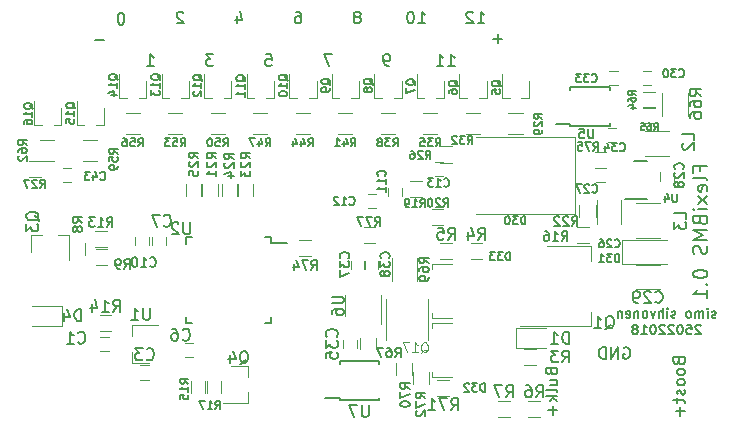
<source format=gbo>
G04 #@! TF.FileFunction,Legend,Bot*
%FSLAX46Y46*%
G04 Gerber Fmt 4.6, Leading zero omitted, Abs format (unit mm)*
G04 Created by KiCad (PCBNEW 4.0.7) date 02/25/18 23:04:30*
%MOMM*%
%LPD*%
G01*
G04 APERTURE LIST*
%ADD10C,0.100000*%
%ADD11C,0.200000*%
%ADD12C,0.120000*%
%ADD13C,0.150000*%
G04 APERTURE END LIST*
D10*
D11*
X180719048Y-52728571D02*
X181480953Y-52728571D01*
X181100001Y-52347619D02*
X181100001Y-53109524D01*
X147019048Y-52828571D02*
X147780953Y-52828571D01*
X179390476Y-51452381D02*
X179961905Y-51452381D01*
X179676191Y-51452381D02*
X179676191Y-50452381D01*
X179771429Y-50595238D01*
X179866667Y-50690476D01*
X179961905Y-50738095D01*
X179009524Y-50547619D02*
X178961905Y-50500000D01*
X178866667Y-50452381D01*
X178628571Y-50452381D01*
X178533333Y-50500000D01*
X178485714Y-50547619D01*
X178438095Y-50642857D01*
X178438095Y-50738095D01*
X178485714Y-50880952D01*
X179057143Y-51452381D01*
X178438095Y-51452381D01*
X176890476Y-55052381D02*
X177461905Y-55052381D01*
X177176191Y-55052381D02*
X177176191Y-54052381D01*
X177271429Y-54195238D01*
X177366667Y-54290476D01*
X177461905Y-54338095D01*
X175938095Y-55052381D02*
X176509524Y-55052381D01*
X176223810Y-55052381D02*
X176223810Y-54052381D01*
X176319048Y-54195238D01*
X176414286Y-54290476D01*
X176509524Y-54338095D01*
X174390476Y-51452381D02*
X174961905Y-51452381D01*
X174676191Y-51452381D02*
X174676191Y-50452381D01*
X174771429Y-50595238D01*
X174866667Y-50690476D01*
X174961905Y-50738095D01*
X173771429Y-50452381D02*
X173676190Y-50452381D01*
X173580952Y-50500000D01*
X173533333Y-50547619D01*
X173485714Y-50642857D01*
X173438095Y-50833333D01*
X173438095Y-51071429D01*
X173485714Y-51261905D01*
X173533333Y-51357143D01*
X173580952Y-51404762D01*
X173676190Y-51452381D01*
X173771429Y-51452381D01*
X173866667Y-51404762D01*
X173914286Y-51357143D01*
X173961905Y-51261905D01*
X174009524Y-51071429D01*
X174009524Y-50833333D01*
X173961905Y-50642857D01*
X173914286Y-50547619D01*
X173866667Y-50500000D01*
X173771429Y-50452381D01*
X171890476Y-55052381D02*
X171700000Y-55052381D01*
X171604761Y-55004762D01*
X171557142Y-54957143D01*
X171461904Y-54814286D01*
X171414285Y-54623810D01*
X171414285Y-54242857D01*
X171461904Y-54147619D01*
X171509523Y-54100000D01*
X171604761Y-54052381D01*
X171795238Y-54052381D01*
X171890476Y-54100000D01*
X171938095Y-54147619D01*
X171985714Y-54242857D01*
X171985714Y-54480952D01*
X171938095Y-54576190D01*
X171890476Y-54623810D01*
X171795238Y-54671429D01*
X171604761Y-54671429D01*
X171509523Y-54623810D01*
X171461904Y-54576190D01*
X171414285Y-54480952D01*
X169295238Y-50880952D02*
X169390476Y-50833333D01*
X169438095Y-50785714D01*
X169485714Y-50690476D01*
X169485714Y-50642857D01*
X169438095Y-50547619D01*
X169390476Y-50500000D01*
X169295238Y-50452381D01*
X169104761Y-50452381D01*
X169009523Y-50500000D01*
X168961904Y-50547619D01*
X168914285Y-50642857D01*
X168914285Y-50690476D01*
X168961904Y-50785714D01*
X169009523Y-50833333D01*
X169104761Y-50880952D01*
X169295238Y-50880952D01*
X169390476Y-50928571D01*
X169438095Y-50976190D01*
X169485714Y-51071429D01*
X169485714Y-51261905D01*
X169438095Y-51357143D01*
X169390476Y-51404762D01*
X169295238Y-51452381D01*
X169104761Y-51452381D01*
X169009523Y-51404762D01*
X168961904Y-51357143D01*
X168914285Y-51261905D01*
X168914285Y-51071429D01*
X168961904Y-50976190D01*
X169009523Y-50928571D01*
X169104761Y-50880952D01*
X167033333Y-54052381D02*
X166366666Y-54052381D01*
X166795238Y-55052381D01*
X164009523Y-50452381D02*
X164200000Y-50452381D01*
X164295238Y-50500000D01*
X164342857Y-50547619D01*
X164438095Y-50690476D01*
X164485714Y-50880952D01*
X164485714Y-51261905D01*
X164438095Y-51357143D01*
X164390476Y-51404762D01*
X164295238Y-51452381D01*
X164104761Y-51452381D01*
X164009523Y-51404762D01*
X163961904Y-51357143D01*
X163914285Y-51261905D01*
X163914285Y-51023810D01*
X163961904Y-50928571D01*
X164009523Y-50880952D01*
X164104761Y-50833333D01*
X164295238Y-50833333D01*
X164390476Y-50880952D01*
X164438095Y-50928571D01*
X164485714Y-51023810D01*
X161461904Y-54052381D02*
X161938095Y-54052381D01*
X161985714Y-54528571D01*
X161938095Y-54480952D01*
X161842857Y-54433333D01*
X161604761Y-54433333D01*
X161509523Y-54480952D01*
X161461904Y-54528571D01*
X161414285Y-54623810D01*
X161414285Y-54861905D01*
X161461904Y-54957143D01*
X161509523Y-55004762D01*
X161604761Y-55052381D01*
X161842857Y-55052381D01*
X161938095Y-55004762D01*
X161985714Y-54957143D01*
X159009523Y-50785714D02*
X159009523Y-51452381D01*
X159247619Y-50404762D02*
X159485714Y-51119048D01*
X158866666Y-51119048D01*
X157033333Y-54052381D02*
X156414285Y-54052381D01*
X156747619Y-54433333D01*
X156604761Y-54433333D01*
X156509523Y-54480952D01*
X156461904Y-54528571D01*
X156414285Y-54623810D01*
X156414285Y-54861905D01*
X156461904Y-54957143D01*
X156509523Y-55004762D01*
X156604761Y-55052381D01*
X156890476Y-55052381D01*
X156985714Y-55004762D01*
X157033333Y-54957143D01*
X154485714Y-50547619D02*
X154438095Y-50500000D01*
X154342857Y-50452381D01*
X154104761Y-50452381D01*
X154009523Y-50500000D01*
X153961904Y-50547619D01*
X153914285Y-50642857D01*
X153914285Y-50738095D01*
X153961904Y-50880952D01*
X154533333Y-51452381D01*
X153914285Y-51452381D01*
X151414285Y-55052381D02*
X151985714Y-55052381D01*
X151700000Y-55052381D02*
X151700000Y-54052381D01*
X151795238Y-54195238D01*
X151890476Y-54290476D01*
X151985714Y-54338095D01*
X149152381Y-51547619D02*
X149247620Y-51547619D01*
X149342858Y-51500000D01*
X149390477Y-51452381D01*
X149438096Y-51357143D01*
X149485715Y-51166667D01*
X149485715Y-50928571D01*
X149438096Y-50738095D01*
X149390477Y-50642857D01*
X149342858Y-50595238D01*
X149247620Y-50547619D01*
X149152381Y-50547619D01*
X149057143Y-50595238D01*
X149009524Y-50642857D01*
X148961905Y-50738095D01*
X148914286Y-50928571D01*
X148914286Y-51166667D01*
X148961905Y-51357143D01*
X149009524Y-51452381D01*
X149057143Y-51500000D01*
X149152381Y-51547619D01*
X191761904Y-78900000D02*
X191857142Y-78852381D01*
X191999999Y-78852381D01*
X192142857Y-78900000D01*
X192238095Y-78995238D01*
X192285714Y-79090476D01*
X192333333Y-79280952D01*
X192333333Y-79423810D01*
X192285714Y-79614286D01*
X192238095Y-79709524D01*
X192142857Y-79804762D01*
X191999999Y-79852381D01*
X191904761Y-79852381D01*
X191761904Y-79804762D01*
X191714285Y-79757143D01*
X191714285Y-79423810D01*
X191904761Y-79423810D01*
X191285714Y-79852381D02*
X191285714Y-78852381D01*
X190714285Y-79852381D01*
X190714285Y-78852381D01*
X190238095Y-79852381D02*
X190238095Y-78852381D01*
X190000000Y-78852381D01*
X189857142Y-78900000D01*
X189761904Y-78995238D01*
X189714285Y-79090476D01*
X189666666Y-79280952D01*
X189666666Y-79423810D01*
X189714285Y-79614286D01*
X189761904Y-79709524D01*
X189857142Y-79804762D01*
X190000000Y-79852381D01*
X190238095Y-79852381D01*
X196428571Y-80057143D02*
X196476190Y-80200000D01*
X196523810Y-80247619D01*
X196619048Y-80295238D01*
X196761905Y-80295238D01*
X196857143Y-80247619D01*
X196904762Y-80200000D01*
X196952381Y-80104762D01*
X196952381Y-79723809D01*
X195952381Y-79723809D01*
X195952381Y-80057143D01*
X196000000Y-80152381D01*
X196047619Y-80200000D01*
X196142857Y-80247619D01*
X196238095Y-80247619D01*
X196333333Y-80200000D01*
X196380952Y-80152381D01*
X196428571Y-80057143D01*
X196428571Y-79723809D01*
X196952381Y-80866666D02*
X196904762Y-80771428D01*
X196857143Y-80723809D01*
X196761905Y-80676190D01*
X196476190Y-80676190D01*
X196380952Y-80723809D01*
X196333333Y-80771428D01*
X196285714Y-80866666D01*
X196285714Y-81009524D01*
X196333333Y-81104762D01*
X196380952Y-81152381D01*
X196476190Y-81200000D01*
X196761905Y-81200000D01*
X196857143Y-81152381D01*
X196904762Y-81104762D01*
X196952381Y-81009524D01*
X196952381Y-80866666D01*
X196952381Y-81771428D02*
X196904762Y-81676190D01*
X196857143Y-81628571D01*
X196761905Y-81580952D01*
X196476190Y-81580952D01*
X196380952Y-81628571D01*
X196333333Y-81676190D01*
X196285714Y-81771428D01*
X196285714Y-81914286D01*
X196333333Y-82009524D01*
X196380952Y-82057143D01*
X196476190Y-82104762D01*
X196761905Y-82104762D01*
X196857143Y-82057143D01*
X196904762Y-82009524D01*
X196952381Y-81914286D01*
X196952381Y-81771428D01*
X196904762Y-82485714D02*
X196952381Y-82580952D01*
X196952381Y-82771428D01*
X196904762Y-82866667D01*
X196809524Y-82914286D01*
X196761905Y-82914286D01*
X196666667Y-82866667D01*
X196619048Y-82771428D01*
X196619048Y-82628571D01*
X196571429Y-82533333D01*
X196476190Y-82485714D01*
X196428571Y-82485714D01*
X196333333Y-82533333D01*
X196285714Y-82628571D01*
X196285714Y-82771428D01*
X196333333Y-82866667D01*
X196285714Y-83200000D02*
X196285714Y-83580952D01*
X195952381Y-83342857D02*
X196809524Y-83342857D01*
X196904762Y-83390476D01*
X196952381Y-83485714D01*
X196952381Y-83580952D01*
X196571429Y-83914286D02*
X196571429Y-84676191D01*
X196952381Y-84295239D02*
X196190476Y-84295239D01*
X185628571Y-80933334D02*
X185676190Y-81076191D01*
X185723810Y-81123810D01*
X185819048Y-81171429D01*
X185961905Y-81171429D01*
X186057143Y-81123810D01*
X186104762Y-81076191D01*
X186152381Y-80980953D01*
X186152381Y-80600000D01*
X185152381Y-80600000D01*
X185152381Y-80933334D01*
X185200000Y-81028572D01*
X185247619Y-81076191D01*
X185342857Y-81123810D01*
X185438095Y-81123810D01*
X185533333Y-81076191D01*
X185580952Y-81028572D01*
X185628571Y-80933334D01*
X185628571Y-80600000D01*
X185485714Y-82028572D02*
X186152381Y-82028572D01*
X185485714Y-81600000D02*
X186009524Y-81600000D01*
X186104762Y-81647619D01*
X186152381Y-81742857D01*
X186152381Y-81885715D01*
X186104762Y-81980953D01*
X186057143Y-82028572D01*
X186152381Y-82647619D02*
X186104762Y-82552381D01*
X186009524Y-82504762D01*
X185152381Y-82504762D01*
X186152381Y-83028572D02*
X185152381Y-83028572D01*
X185771429Y-83123810D02*
X186152381Y-83409525D01*
X185485714Y-83409525D02*
X185866667Y-83028572D01*
X185771429Y-83838096D02*
X185771429Y-84600001D01*
X186152381Y-84219049D02*
X185390476Y-84219049D01*
X199571429Y-76323810D02*
X199495239Y-76361905D01*
X199342858Y-76361905D01*
X199266667Y-76323810D01*
X199228572Y-76247619D01*
X199228572Y-76209524D01*
X199266667Y-76133333D01*
X199342858Y-76095238D01*
X199457143Y-76095238D01*
X199533334Y-76057143D01*
X199571429Y-75980952D01*
X199571429Y-75942857D01*
X199533334Y-75866667D01*
X199457143Y-75828571D01*
X199342858Y-75828571D01*
X199266667Y-75866667D01*
X198885715Y-76361905D02*
X198885715Y-75828571D01*
X198885715Y-75561905D02*
X198923810Y-75600000D01*
X198885715Y-75638095D01*
X198847620Y-75600000D01*
X198885715Y-75561905D01*
X198885715Y-75638095D01*
X198504763Y-76361905D02*
X198504763Y-75828571D01*
X198504763Y-75904762D02*
X198466668Y-75866667D01*
X198390477Y-75828571D01*
X198276191Y-75828571D01*
X198200001Y-75866667D01*
X198161906Y-75942857D01*
X198161906Y-76361905D01*
X198161906Y-75942857D02*
X198123810Y-75866667D01*
X198047620Y-75828571D01*
X197933334Y-75828571D01*
X197857144Y-75866667D01*
X197819049Y-75942857D01*
X197819049Y-76361905D01*
X197323810Y-76361905D02*
X197400001Y-76323810D01*
X197438096Y-76285714D01*
X197476191Y-76209524D01*
X197476191Y-75980952D01*
X197438096Y-75904762D01*
X197400001Y-75866667D01*
X197323810Y-75828571D01*
X197209524Y-75828571D01*
X197133334Y-75866667D01*
X197095239Y-75904762D01*
X197057143Y-75980952D01*
X197057143Y-76209524D01*
X197095239Y-76285714D01*
X197133334Y-76323810D01*
X197209524Y-76361905D01*
X197323810Y-76361905D01*
X196142857Y-76323810D02*
X196066667Y-76361905D01*
X195914286Y-76361905D01*
X195838095Y-76323810D01*
X195800000Y-76247619D01*
X195800000Y-76209524D01*
X195838095Y-76133333D01*
X195914286Y-76095238D01*
X196028571Y-76095238D01*
X196104762Y-76057143D01*
X196142857Y-75980952D01*
X196142857Y-75942857D01*
X196104762Y-75866667D01*
X196028571Y-75828571D01*
X195914286Y-75828571D01*
X195838095Y-75866667D01*
X195457143Y-76361905D02*
X195457143Y-75828571D01*
X195457143Y-75561905D02*
X195495238Y-75600000D01*
X195457143Y-75638095D01*
X195419048Y-75600000D01*
X195457143Y-75561905D01*
X195457143Y-75638095D01*
X195076191Y-76361905D02*
X195076191Y-75561905D01*
X194733334Y-76361905D02*
X194733334Y-75942857D01*
X194771429Y-75866667D01*
X194847619Y-75828571D01*
X194961905Y-75828571D01*
X195038096Y-75866667D01*
X195076191Y-75904762D01*
X194428571Y-75828571D02*
X194238095Y-76361905D01*
X194047619Y-75828571D01*
X193628571Y-76361905D02*
X193704762Y-76323810D01*
X193742857Y-76285714D01*
X193780952Y-76209524D01*
X193780952Y-75980952D01*
X193742857Y-75904762D01*
X193704762Y-75866667D01*
X193628571Y-75828571D01*
X193514285Y-75828571D01*
X193438095Y-75866667D01*
X193400000Y-75904762D01*
X193361904Y-75980952D01*
X193361904Y-76209524D01*
X193400000Y-76285714D01*
X193438095Y-76323810D01*
X193514285Y-76361905D01*
X193628571Y-76361905D01*
X193019047Y-75828571D02*
X193019047Y-76361905D01*
X193019047Y-75904762D02*
X192980952Y-75866667D01*
X192904761Y-75828571D01*
X192790475Y-75828571D01*
X192714285Y-75866667D01*
X192676190Y-75942857D01*
X192676190Y-76361905D01*
X191990475Y-76323810D02*
X192066665Y-76361905D01*
X192219046Y-76361905D01*
X192295237Y-76323810D01*
X192333332Y-76247619D01*
X192333332Y-75942857D01*
X192295237Y-75866667D01*
X192219046Y-75828571D01*
X192066665Y-75828571D01*
X191990475Y-75866667D01*
X191952380Y-75942857D01*
X191952380Y-76019048D01*
X192333332Y-76095238D01*
X191609523Y-75828571D02*
X191609523Y-76361905D01*
X191609523Y-75904762D02*
X191571428Y-75866667D01*
X191495237Y-75828571D01*
X191380951Y-75828571D01*
X191304761Y-75866667D01*
X191266666Y-75942857D01*
X191266666Y-76361905D01*
X198295239Y-77038095D02*
X198257144Y-77000000D01*
X198180953Y-76961905D01*
X197990477Y-76961905D01*
X197914287Y-77000000D01*
X197876191Y-77038095D01*
X197838096Y-77114286D01*
X197838096Y-77190476D01*
X197876191Y-77304762D01*
X198333334Y-77761905D01*
X197838096Y-77761905D01*
X197114286Y-76961905D02*
X197495239Y-76961905D01*
X197533334Y-77342857D01*
X197495239Y-77304762D01*
X197419048Y-77266667D01*
X197228572Y-77266667D01*
X197152382Y-77304762D01*
X197114286Y-77342857D01*
X197076191Y-77419048D01*
X197076191Y-77609524D01*
X197114286Y-77685714D01*
X197152382Y-77723810D01*
X197228572Y-77761905D01*
X197419048Y-77761905D01*
X197495239Y-77723810D01*
X197533334Y-77685714D01*
X196580953Y-76961905D02*
X196504762Y-76961905D01*
X196428572Y-77000000D01*
X196390477Y-77038095D01*
X196352381Y-77114286D01*
X196314286Y-77266667D01*
X196314286Y-77457143D01*
X196352381Y-77609524D01*
X196390477Y-77685714D01*
X196428572Y-77723810D01*
X196504762Y-77761905D01*
X196580953Y-77761905D01*
X196657143Y-77723810D01*
X196695239Y-77685714D01*
X196733334Y-77609524D01*
X196771429Y-77457143D01*
X196771429Y-77266667D01*
X196733334Y-77114286D01*
X196695239Y-77038095D01*
X196657143Y-77000000D01*
X196580953Y-76961905D01*
X196009524Y-77038095D02*
X195971429Y-77000000D01*
X195895238Y-76961905D01*
X195704762Y-76961905D01*
X195628572Y-77000000D01*
X195590476Y-77038095D01*
X195552381Y-77114286D01*
X195552381Y-77190476D01*
X195590476Y-77304762D01*
X196047619Y-77761905D01*
X195552381Y-77761905D01*
X195247619Y-77038095D02*
X195209524Y-77000000D01*
X195133333Y-76961905D01*
X194942857Y-76961905D01*
X194866667Y-77000000D01*
X194828571Y-77038095D01*
X194790476Y-77114286D01*
X194790476Y-77190476D01*
X194828571Y-77304762D01*
X195285714Y-77761905D01*
X194790476Y-77761905D01*
X194295238Y-76961905D02*
X194219047Y-76961905D01*
X194142857Y-77000000D01*
X194104762Y-77038095D01*
X194066666Y-77114286D01*
X194028571Y-77266667D01*
X194028571Y-77457143D01*
X194066666Y-77609524D01*
X194104762Y-77685714D01*
X194142857Y-77723810D01*
X194219047Y-77761905D01*
X194295238Y-77761905D01*
X194371428Y-77723810D01*
X194409524Y-77685714D01*
X194447619Y-77609524D01*
X194485714Y-77457143D01*
X194485714Y-77266667D01*
X194447619Y-77114286D01*
X194409524Y-77038095D01*
X194371428Y-77000000D01*
X194295238Y-76961905D01*
X193266666Y-77761905D02*
X193723809Y-77761905D01*
X193495238Y-77761905D02*
X193495238Y-76961905D01*
X193571428Y-77076190D01*
X193647619Y-77152381D01*
X193723809Y-77190476D01*
X192809523Y-77304762D02*
X192885714Y-77266667D01*
X192923809Y-77228571D01*
X192961904Y-77152381D01*
X192961904Y-77114286D01*
X192923809Y-77038095D01*
X192885714Y-77000000D01*
X192809523Y-76961905D01*
X192657142Y-76961905D01*
X192580952Y-77000000D01*
X192542856Y-77038095D01*
X192504761Y-77114286D01*
X192504761Y-77152381D01*
X192542856Y-77228571D01*
X192580952Y-77266667D01*
X192657142Y-77304762D01*
X192809523Y-77304762D01*
X192885714Y-77342857D01*
X192923809Y-77380952D01*
X192961904Y-77457143D01*
X192961904Y-77609524D01*
X192923809Y-77685714D01*
X192885714Y-77723810D01*
X192809523Y-77761905D01*
X192657142Y-77761905D01*
X192580952Y-77723810D01*
X192542856Y-77685714D01*
X192504761Y-77609524D01*
X192504761Y-77457143D01*
X192542856Y-77380952D01*
X192580952Y-77342857D01*
X192657142Y-77304762D01*
X198214286Y-63928571D02*
X198214286Y-63528571D01*
X198842857Y-63528571D02*
X197642857Y-63528571D01*
X197642857Y-64100000D01*
X198842857Y-64728571D02*
X198785714Y-64614285D01*
X198671429Y-64557142D01*
X197642857Y-64557142D01*
X198785714Y-65642856D02*
X198842857Y-65528570D01*
X198842857Y-65299999D01*
X198785714Y-65185713D01*
X198671429Y-65128570D01*
X198214286Y-65128570D01*
X198100000Y-65185713D01*
X198042857Y-65299999D01*
X198042857Y-65528570D01*
X198100000Y-65642856D01*
X198214286Y-65699999D01*
X198328571Y-65699999D01*
X198442857Y-65128570D01*
X198842857Y-66099999D02*
X198042857Y-66728570D01*
X198042857Y-66099999D02*
X198842857Y-66728570D01*
X198842857Y-67185713D02*
X198042857Y-67185713D01*
X197642857Y-67185713D02*
X197700000Y-67128570D01*
X197757143Y-67185713D01*
X197700000Y-67242856D01*
X197642857Y-67185713D01*
X197757143Y-67185713D01*
X198214286Y-68157142D02*
X198271429Y-68328571D01*
X198328571Y-68385714D01*
X198442857Y-68442857D01*
X198614286Y-68442857D01*
X198728571Y-68385714D01*
X198785714Y-68328571D01*
X198842857Y-68214285D01*
X198842857Y-67757142D01*
X197642857Y-67757142D01*
X197642857Y-68157142D01*
X197700000Y-68271428D01*
X197757143Y-68328571D01*
X197871429Y-68385714D01*
X197985714Y-68385714D01*
X198100000Y-68328571D01*
X198157143Y-68271428D01*
X198214286Y-68157142D01*
X198214286Y-67757142D01*
X198842857Y-68957142D02*
X197642857Y-68957142D01*
X198500000Y-69357142D01*
X197642857Y-69757142D01*
X198842857Y-69757142D01*
X198785714Y-70271428D02*
X198842857Y-70442857D01*
X198842857Y-70728571D01*
X198785714Y-70842857D01*
X198728571Y-70900000D01*
X198614286Y-70957143D01*
X198500000Y-70957143D01*
X198385714Y-70900000D01*
X198328571Y-70842857D01*
X198271429Y-70728571D01*
X198214286Y-70500000D01*
X198157143Y-70385714D01*
X198100000Y-70328571D01*
X197985714Y-70271428D01*
X197871429Y-70271428D01*
X197757143Y-70328571D01*
X197700000Y-70385714D01*
X197642857Y-70500000D01*
X197642857Y-70785714D01*
X197700000Y-70957143D01*
X197642857Y-72614286D02*
X197642857Y-72728571D01*
X197700000Y-72842857D01*
X197757143Y-72900000D01*
X197871429Y-72957143D01*
X198100000Y-73014286D01*
X198385714Y-73014286D01*
X198614286Y-72957143D01*
X198728571Y-72900000D01*
X198785714Y-72842857D01*
X198842857Y-72728571D01*
X198842857Y-72614286D01*
X198785714Y-72500000D01*
X198728571Y-72442857D01*
X198614286Y-72385714D01*
X198385714Y-72328571D01*
X198100000Y-72328571D01*
X197871429Y-72385714D01*
X197757143Y-72442857D01*
X197700000Y-72500000D01*
X197642857Y-72614286D01*
X198728571Y-73528571D02*
X198785714Y-73585714D01*
X198842857Y-73528571D01*
X198785714Y-73471428D01*
X198728571Y-73528571D01*
X198842857Y-73528571D01*
X198842857Y-74728572D02*
X198842857Y-74042857D01*
X198842857Y-74385715D02*
X197642857Y-74385715D01*
X197814286Y-74271429D01*
X197928571Y-74157143D01*
X197985714Y-74042857D01*
D12*
X147450000Y-79200000D02*
X148150000Y-79200000D01*
X148150000Y-78000000D02*
X147450000Y-78000000D01*
X150850000Y-81600000D02*
X151550000Y-81600000D01*
X151550000Y-80400000D02*
X150850000Y-80400000D01*
X155300000Y-78500000D02*
X154600000Y-78500000D01*
X154600000Y-79700000D02*
X155300000Y-79700000D01*
X153000000Y-70250000D02*
X153000000Y-69550000D01*
X151800000Y-69550000D02*
X151800000Y-70250000D01*
X151600000Y-70250000D02*
X151600000Y-69550000D01*
X150400000Y-69550000D02*
X150400000Y-70250000D01*
X171800000Y-65350000D02*
X171800000Y-66050000D01*
X173000000Y-66050000D02*
X173000000Y-65350000D01*
X170100000Y-67050000D02*
X170800000Y-67050000D01*
X170800000Y-65850000D02*
X170100000Y-65850000D01*
X175750000Y-64400000D02*
X176450000Y-64400000D01*
X176450000Y-63200000D02*
X175750000Y-63200000D01*
X189480000Y-68400000D02*
X189480000Y-66400000D01*
X191520000Y-66400000D02*
X191520000Y-68400000D01*
X189450000Y-64900000D02*
X190150000Y-64900000D01*
X190150000Y-63700000D02*
X189450000Y-63700000D01*
X196000000Y-64750000D02*
X196000000Y-64050000D01*
X194800000Y-64050000D02*
X194800000Y-64750000D01*
X194800000Y-73920000D02*
X192800000Y-73920000D01*
X192800000Y-71880000D02*
X194800000Y-71880000D01*
X193400000Y-56700000D02*
X194100000Y-56700000D01*
X194100000Y-55500000D02*
X193400000Y-55500000D01*
X191250000Y-55500000D02*
X190550000Y-55500000D01*
X190550000Y-56700000D02*
X191250000Y-56700000D01*
X190450000Y-61500000D02*
X191150000Y-61500000D01*
X191150000Y-60300000D02*
X190450000Y-60300000D01*
X169200000Y-78950000D02*
X169200000Y-78250000D01*
X168000000Y-78250000D02*
X168000000Y-78950000D01*
X168700000Y-71550000D02*
X168700000Y-72250000D01*
X169900000Y-72250000D02*
X169900000Y-71550000D01*
X169800000Y-71550000D02*
X169800000Y-72250000D01*
X171000000Y-72250000D02*
X171000000Y-71550000D01*
X182650000Y-78950000D02*
X182650000Y-77250000D01*
X182650000Y-77250000D02*
X185200000Y-77250000D01*
X182650000Y-78950000D02*
X185200000Y-78950000D01*
X187650000Y-67600000D02*
X187650000Y-61100000D01*
X187650000Y-67600000D02*
X179250000Y-67600000D01*
X187650000Y-61100000D02*
X179250000Y-61100000D01*
X191600000Y-71800000D02*
X191600000Y-69800000D01*
X191600000Y-69800000D02*
X195450000Y-69800000D01*
X191600000Y-71800000D02*
X195450000Y-71800000D01*
X175510000Y-81350000D02*
X175510000Y-81000000D01*
X175510000Y-77200000D02*
X175510000Y-76850000D01*
X175510000Y-76850000D02*
X177260000Y-76850000D01*
X177260000Y-81350000D02*
X175510000Y-81350000D01*
X175510000Y-76350000D02*
X175510000Y-76000000D01*
X175510000Y-72200000D02*
X175510000Y-71850000D01*
X175510000Y-71850000D02*
X177260000Y-71850000D01*
X177260000Y-76350000D02*
X175510000Y-76350000D01*
X193600000Y-62670000D02*
X195600000Y-62670000D01*
X195600000Y-60530000D02*
X193600000Y-60530000D01*
X192800000Y-69580000D02*
X194800000Y-69580000D01*
X194800000Y-66620000D02*
X192800000Y-66620000D01*
X189010000Y-70290000D02*
X189010000Y-71550000D01*
X189010000Y-77110000D02*
X189010000Y-75850000D01*
X185250000Y-70290000D02*
X189010000Y-70290000D01*
X183000000Y-77110000D02*
X189010000Y-77110000D01*
X141620000Y-69340000D02*
X142550000Y-69340000D01*
X144780000Y-69340000D02*
X143850000Y-69340000D01*
X144780000Y-69340000D02*
X144780000Y-71500000D01*
X141620000Y-69340000D02*
X141620000Y-70800000D01*
X159960000Y-80420000D02*
X159960000Y-81350000D01*
X159960000Y-83580000D02*
X159960000Y-82650000D01*
X159960000Y-83580000D02*
X157800000Y-83580000D01*
X159960000Y-80420000D02*
X158500000Y-80420000D01*
X183100000Y-57730000D02*
X183760000Y-57730000D01*
X181440000Y-57730000D02*
X182100000Y-57730000D01*
X181440000Y-57730000D02*
X181440000Y-55700000D01*
X183760000Y-56320000D02*
X183760000Y-57730000D01*
X179500000Y-57730000D02*
X180160000Y-57730000D01*
X177840000Y-57730000D02*
X178500000Y-57730000D01*
X177840000Y-57730000D02*
X177840000Y-55700000D01*
X180160000Y-56320000D02*
X180160000Y-57730000D01*
X175900000Y-57730000D02*
X176560000Y-57730000D01*
X174240000Y-57730000D02*
X174900000Y-57730000D01*
X174240000Y-57730000D02*
X174240000Y-55700000D01*
X176560000Y-56320000D02*
X176560000Y-57730000D01*
X172300000Y-57730000D02*
X172960000Y-57730000D01*
X170640000Y-57730000D02*
X171300000Y-57730000D01*
X170640000Y-57730000D02*
X170640000Y-55700000D01*
X172960000Y-56320000D02*
X172960000Y-57730000D01*
X168700000Y-57730000D02*
X169360000Y-57730000D01*
X167040000Y-57730000D02*
X167700000Y-57730000D01*
X167040000Y-57730000D02*
X167040000Y-55700000D01*
X169360000Y-56320000D02*
X169360000Y-57730000D01*
X165100000Y-57730000D02*
X165760000Y-57730000D01*
X163440000Y-57730000D02*
X164100000Y-57730000D01*
X163440000Y-57730000D02*
X163440000Y-55700000D01*
X165760000Y-56320000D02*
X165760000Y-57730000D01*
X161500000Y-57730000D02*
X162160000Y-57730000D01*
X159840000Y-57730000D02*
X160500000Y-57730000D01*
X159840000Y-57730000D02*
X159840000Y-55700000D01*
X162160000Y-56320000D02*
X162160000Y-57730000D01*
X157900000Y-57730000D02*
X158560000Y-57730000D01*
X156240000Y-57730000D02*
X156900000Y-57730000D01*
X156240000Y-57730000D02*
X156240000Y-55700000D01*
X158560000Y-56320000D02*
X158560000Y-57730000D01*
X154300000Y-57730000D02*
X154960000Y-57730000D01*
X152640000Y-57730000D02*
X153300000Y-57730000D01*
X152640000Y-57730000D02*
X152640000Y-55700000D01*
X154960000Y-56320000D02*
X154960000Y-57730000D01*
X150700000Y-57730000D02*
X151360000Y-57730000D01*
X149040000Y-57730000D02*
X149700000Y-57730000D01*
X149040000Y-57730000D02*
X149040000Y-55700000D01*
X151360000Y-56320000D02*
X151360000Y-57730000D01*
X147100000Y-60030000D02*
X147760000Y-60030000D01*
X145440000Y-60030000D02*
X146100000Y-60030000D01*
X145440000Y-60030000D02*
X145440000Y-58000000D01*
X147760000Y-58620000D02*
X147760000Y-60030000D01*
X143500000Y-60030000D02*
X144160000Y-60030000D01*
X141840000Y-60030000D02*
X142500000Y-60030000D01*
X141840000Y-60030000D02*
X141840000Y-58000000D01*
X144160000Y-58620000D02*
X144160000Y-60030000D01*
X183300000Y-80380000D02*
X184300000Y-80380000D01*
X184300000Y-79020000D02*
X183300000Y-79020000D01*
X178800000Y-71430000D02*
X179800000Y-71430000D01*
X179800000Y-70070000D02*
X178800000Y-70070000D01*
X176250000Y-71430000D02*
X177250000Y-71430000D01*
X177250000Y-70070000D02*
X176250000Y-70070000D01*
X183700000Y-84780000D02*
X184700000Y-84780000D01*
X184700000Y-83420000D02*
X183700000Y-83420000D01*
X181150000Y-84780000D02*
X182150000Y-84780000D01*
X182150000Y-83420000D02*
X181150000Y-83420000D01*
X144820000Y-70050000D02*
X144820000Y-71050000D01*
X146180000Y-71050000D02*
X146180000Y-70050000D01*
X147050000Y-71880000D02*
X148050000Y-71880000D01*
X148050000Y-70520000D02*
X147050000Y-70520000D01*
X148000000Y-69020000D02*
X147000000Y-69020000D01*
X147000000Y-70380000D02*
X148000000Y-70380000D01*
X148400000Y-76120000D02*
X147400000Y-76120000D01*
X147400000Y-77480000D02*
X148400000Y-77480000D01*
X155120000Y-81700000D02*
X155120000Y-82700000D01*
X156480000Y-82700000D02*
X156480000Y-81700000D01*
X156320000Y-81700000D02*
X156320000Y-82700000D01*
X157680000Y-82700000D02*
X157680000Y-81700000D01*
X173700000Y-66180000D02*
X174700000Y-66180000D01*
X174700000Y-64820000D02*
X173700000Y-64820000D01*
X157380000Y-66050000D02*
X157380000Y-65050000D01*
X156020000Y-65050000D02*
X156020000Y-66050000D01*
X160380000Y-66050000D02*
X160380000Y-65050000D01*
X159020000Y-65050000D02*
X159020000Y-66050000D01*
X159080000Y-66050000D02*
X159080000Y-65050000D01*
X157720000Y-65050000D02*
X157720000Y-66050000D01*
X156080000Y-66050000D02*
X156080000Y-65050000D01*
X154720000Y-65050000D02*
X154720000Y-66050000D01*
X176250000Y-63230000D02*
X177250000Y-63230000D01*
X177250000Y-61870000D02*
X176250000Y-61870000D01*
X142450000Y-63120000D02*
X141450000Y-63120000D01*
X141450000Y-64480000D02*
X142450000Y-64480000D01*
X193400000Y-58580000D02*
X194400000Y-58580000D01*
X194400000Y-57220000D02*
X193400000Y-57220000D01*
X193400000Y-59880000D02*
X194400000Y-59880000D01*
X194400000Y-58520000D02*
X193400000Y-58520000D01*
X197170000Y-59300000D02*
X197170000Y-57300000D01*
X195030000Y-57300000D02*
X195030000Y-59300000D01*
X170780000Y-79050000D02*
X170780000Y-78050000D01*
X169420000Y-78050000D02*
X169420000Y-79050000D01*
X172130000Y-71300000D02*
X172130000Y-73300000D01*
X174270000Y-73300000D02*
X174270000Y-71300000D01*
X175280000Y-81950000D02*
X175280000Y-80950000D01*
X173920000Y-80950000D02*
X173920000Y-81950000D01*
X177000000Y-81620000D02*
X176000000Y-81620000D01*
X176000000Y-82980000D02*
X177000000Y-82980000D01*
X172520000Y-80200000D02*
X172520000Y-81200000D01*
X173880000Y-81200000D02*
X173880000Y-80200000D01*
X150140000Y-80180000D02*
X150140000Y-79250000D01*
X150140000Y-77020000D02*
X150140000Y-77950000D01*
X150140000Y-77020000D02*
X152300000Y-77020000D01*
X150140000Y-80180000D02*
X151600000Y-80180000D01*
D13*
X161925000Y-69575000D02*
X161925000Y-70025000D01*
X154675000Y-69575000D02*
X154675000Y-70100000D01*
X154675000Y-76825000D02*
X154675000Y-76300000D01*
X161925000Y-76825000D02*
X161925000Y-76300000D01*
X161925000Y-69575000D02*
X161400000Y-69575000D01*
X161925000Y-76825000D02*
X161400000Y-76825000D01*
X154675000Y-76825000D02*
X155200000Y-76825000D01*
X154675000Y-69575000D02*
X155200000Y-69575000D01*
X161925000Y-70025000D02*
X163300000Y-70025000D01*
X192625000Y-63075000D02*
X193775000Y-63075000D01*
X191850000Y-66325000D02*
X193775000Y-66325000D01*
X187225000Y-60175000D02*
X187225000Y-59950000D01*
X190575000Y-60175000D02*
X190575000Y-59875000D01*
X190575000Y-56825000D02*
X190575000Y-57125000D01*
X187225000Y-56825000D02*
X187225000Y-57125000D01*
X187225000Y-60175000D02*
X190575000Y-60175000D01*
X187225000Y-56825000D02*
X190575000Y-56825000D01*
X187225000Y-59950000D02*
X186000000Y-59950000D01*
D12*
X168170000Y-76190000D02*
X168170000Y-74430000D01*
X171240000Y-74430000D02*
X171240000Y-76860000D01*
D13*
X167725000Y-83375000D02*
X167725000Y-83200000D01*
X171075000Y-83375000D02*
X171075000Y-83125000D01*
X171075000Y-80025000D02*
X171075000Y-80275000D01*
X167725000Y-80025000D02*
X167725000Y-80275000D01*
X167725000Y-83375000D02*
X171075000Y-83375000D01*
X167725000Y-80025000D02*
X171075000Y-80025000D01*
X167725000Y-83200000D02*
X166475000Y-83200000D01*
D12*
X175200000Y-78250000D02*
X175200000Y-74750000D01*
X171650000Y-78250000D02*
X171650000Y-74750000D01*
X183200000Y-59020000D02*
X182000000Y-59020000D01*
X182000000Y-60780000D02*
X183200000Y-60780000D01*
X179600000Y-59020000D02*
X178400000Y-59020000D01*
X178400000Y-60780000D02*
X179600000Y-60780000D01*
X176000000Y-59020000D02*
X174800000Y-59020000D01*
X174800000Y-60780000D02*
X176000000Y-60780000D01*
X172400000Y-59020000D02*
X171200000Y-59020000D01*
X171200000Y-60780000D02*
X172400000Y-60780000D01*
X168800000Y-59020000D02*
X167600000Y-59020000D01*
X167600000Y-60780000D02*
X168800000Y-60780000D01*
X165200000Y-59020000D02*
X164000000Y-59020000D01*
X164000000Y-60780000D02*
X165200000Y-60780000D01*
X161600000Y-59020000D02*
X160400000Y-59020000D01*
X160400000Y-60780000D02*
X161600000Y-60780000D01*
X158000000Y-59020000D02*
X156800000Y-59020000D01*
X156800000Y-60780000D02*
X158000000Y-60780000D01*
X154400000Y-59020000D02*
X153200000Y-59020000D01*
X153200000Y-60780000D02*
X154400000Y-60780000D01*
X150800000Y-59020000D02*
X149600000Y-59020000D01*
X149600000Y-60780000D02*
X150800000Y-60780000D01*
X147200000Y-61320000D02*
X146000000Y-61320000D01*
X146000000Y-63080000D02*
X147200000Y-63080000D01*
X143550000Y-61320000D02*
X142350000Y-61320000D01*
X142350000Y-63080000D02*
X143550000Y-63080000D01*
X188800000Y-68720000D02*
X187800000Y-68720000D01*
X187800000Y-70080000D02*
X188800000Y-70080000D01*
X176500000Y-67120000D02*
X175500000Y-67120000D01*
X175500000Y-68480000D02*
X176500000Y-68480000D01*
X188020000Y-66850000D02*
X188020000Y-67850000D01*
X189380000Y-67850000D02*
X189380000Y-66850000D01*
X165300000Y-69820000D02*
X164300000Y-69820000D01*
X164300000Y-71180000D02*
X165300000Y-71180000D01*
X144200000Y-75350000D02*
X144200000Y-77050000D01*
X144200000Y-77050000D02*
X141650000Y-77050000D01*
X144200000Y-75350000D02*
X141650000Y-75350000D01*
X189300000Y-63680000D02*
X190300000Y-63680000D01*
X190300000Y-62320000D02*
X189300000Y-62320000D01*
X145000000Y-63700000D02*
X144300000Y-63700000D01*
X144300000Y-64900000D02*
X145000000Y-64900000D01*
X170750000Y-68720000D02*
X169750000Y-68720000D01*
X169750000Y-70080000D02*
X170750000Y-70080000D01*
D13*
X145566666Y-78457143D02*
X145614285Y-78504762D01*
X145757142Y-78552381D01*
X145852380Y-78552381D01*
X145995238Y-78504762D01*
X146090476Y-78409524D01*
X146138095Y-78314286D01*
X146185714Y-78123810D01*
X146185714Y-77980952D01*
X146138095Y-77790476D01*
X146090476Y-77695238D01*
X145995238Y-77600000D01*
X145852380Y-77552381D01*
X145757142Y-77552381D01*
X145614285Y-77600000D01*
X145566666Y-77647619D01*
X144614285Y-78552381D02*
X145185714Y-78552381D01*
X144900000Y-78552381D02*
X144900000Y-77552381D01*
X144995238Y-77695238D01*
X145090476Y-77790476D01*
X145185714Y-77838095D01*
X151366666Y-79857143D02*
X151414285Y-79904762D01*
X151557142Y-79952381D01*
X151652380Y-79952381D01*
X151795238Y-79904762D01*
X151890476Y-79809524D01*
X151938095Y-79714286D01*
X151985714Y-79523810D01*
X151985714Y-79380952D01*
X151938095Y-79190476D01*
X151890476Y-79095238D01*
X151795238Y-79000000D01*
X151652380Y-78952381D01*
X151557142Y-78952381D01*
X151414285Y-79000000D01*
X151366666Y-79047619D01*
X151033333Y-78952381D02*
X150414285Y-78952381D01*
X150747619Y-79333333D01*
X150604761Y-79333333D01*
X150509523Y-79380952D01*
X150461904Y-79428571D01*
X150414285Y-79523810D01*
X150414285Y-79761905D01*
X150461904Y-79857143D01*
X150509523Y-79904762D01*
X150604761Y-79952381D01*
X150890476Y-79952381D01*
X150985714Y-79904762D01*
X151033333Y-79857143D01*
X154416666Y-78207143D02*
X154464285Y-78254762D01*
X154607142Y-78302381D01*
X154702380Y-78302381D01*
X154845238Y-78254762D01*
X154940476Y-78159524D01*
X154988095Y-78064286D01*
X155035714Y-77873810D01*
X155035714Y-77730952D01*
X154988095Y-77540476D01*
X154940476Y-77445238D01*
X154845238Y-77350000D01*
X154702380Y-77302381D01*
X154607142Y-77302381D01*
X154464285Y-77350000D01*
X154416666Y-77397619D01*
X153559523Y-77302381D02*
X153750000Y-77302381D01*
X153845238Y-77350000D01*
X153892857Y-77397619D01*
X153988095Y-77540476D01*
X154035714Y-77730952D01*
X154035714Y-78111905D01*
X153988095Y-78207143D01*
X153940476Y-78254762D01*
X153845238Y-78302381D01*
X153654761Y-78302381D01*
X153559523Y-78254762D01*
X153511904Y-78207143D01*
X153464285Y-78111905D01*
X153464285Y-77873810D01*
X153511904Y-77778571D01*
X153559523Y-77730952D01*
X153654761Y-77683333D01*
X153845238Y-77683333D01*
X153940476Y-77730952D01*
X153988095Y-77778571D01*
X154035714Y-77873810D01*
X152816666Y-68557143D02*
X152864285Y-68604762D01*
X153007142Y-68652381D01*
X153102380Y-68652381D01*
X153245238Y-68604762D01*
X153340476Y-68509524D01*
X153388095Y-68414286D01*
X153435714Y-68223810D01*
X153435714Y-68080952D01*
X153388095Y-67890476D01*
X153340476Y-67795238D01*
X153245238Y-67700000D01*
X153102380Y-67652381D01*
X153007142Y-67652381D01*
X152864285Y-67700000D01*
X152816666Y-67747619D01*
X152483333Y-67652381D02*
X151816666Y-67652381D01*
X152245238Y-68652381D01*
X151664286Y-71985714D02*
X151702381Y-72023810D01*
X151816667Y-72061905D01*
X151892857Y-72061905D01*
X152007143Y-72023810D01*
X152083334Y-71947619D01*
X152121429Y-71871429D01*
X152159524Y-71719048D01*
X152159524Y-71604762D01*
X152121429Y-71452381D01*
X152083334Y-71376190D01*
X152007143Y-71300000D01*
X151892857Y-71261905D01*
X151816667Y-71261905D01*
X151702381Y-71300000D01*
X151664286Y-71338095D01*
X150902381Y-72061905D02*
X151359524Y-72061905D01*
X151130953Y-72061905D02*
X151130953Y-71261905D01*
X151207143Y-71376190D01*
X151283334Y-71452381D01*
X151359524Y-71490476D01*
X150407143Y-71261905D02*
X150330952Y-71261905D01*
X150254762Y-71300000D01*
X150216667Y-71338095D01*
X150178571Y-71414286D01*
X150140476Y-71566667D01*
X150140476Y-71757143D01*
X150178571Y-71909524D01*
X150216667Y-71985714D01*
X150254762Y-72023810D01*
X150330952Y-72061905D01*
X150407143Y-72061905D01*
X150483333Y-72023810D01*
X150521429Y-71985714D01*
X150559524Y-71909524D01*
X150597619Y-71757143D01*
X150597619Y-71566667D01*
X150559524Y-71414286D01*
X150521429Y-71338095D01*
X150483333Y-71300000D01*
X150407143Y-71261905D01*
X171550000Y-64350000D02*
X171583333Y-64316666D01*
X171616667Y-64216666D01*
X171616667Y-64150000D01*
X171583333Y-64050000D01*
X171516667Y-63983333D01*
X171450000Y-63950000D01*
X171316667Y-63916666D01*
X171216667Y-63916666D01*
X171083333Y-63950000D01*
X171016667Y-63983333D01*
X170950000Y-64050000D01*
X170916667Y-64150000D01*
X170916667Y-64216666D01*
X170950000Y-64316666D01*
X170983333Y-64350000D01*
X171616667Y-65016666D02*
X171616667Y-64616666D01*
X171616667Y-64816666D02*
X170916667Y-64816666D01*
X171016667Y-64750000D01*
X171083333Y-64683333D01*
X171116667Y-64616666D01*
X171616667Y-65683333D02*
X171616667Y-65283333D01*
X171616667Y-65483333D02*
X170916667Y-65483333D01*
X171016667Y-65416667D01*
X171083333Y-65350000D01*
X171116667Y-65283333D01*
X168550000Y-66750000D02*
X168583334Y-66783333D01*
X168683334Y-66816667D01*
X168750000Y-66816667D01*
X168850000Y-66783333D01*
X168916667Y-66716667D01*
X168950000Y-66650000D01*
X168983334Y-66516667D01*
X168983334Y-66416667D01*
X168950000Y-66283333D01*
X168916667Y-66216667D01*
X168850000Y-66150000D01*
X168750000Y-66116667D01*
X168683334Y-66116667D01*
X168583334Y-66150000D01*
X168550000Y-66183333D01*
X167883334Y-66816667D02*
X168283334Y-66816667D01*
X168083334Y-66816667D02*
X168083334Y-66116667D01*
X168150000Y-66216667D01*
X168216667Y-66283333D01*
X168283334Y-66316667D01*
X167616667Y-66183333D02*
X167583333Y-66150000D01*
X167516667Y-66116667D01*
X167350000Y-66116667D01*
X167283333Y-66150000D01*
X167250000Y-66183333D01*
X167216667Y-66250000D01*
X167216667Y-66316667D01*
X167250000Y-66416667D01*
X167650000Y-66816667D01*
X167216667Y-66816667D01*
X176550000Y-65200000D02*
X176583334Y-65233333D01*
X176683334Y-65266667D01*
X176750000Y-65266667D01*
X176850000Y-65233333D01*
X176916667Y-65166667D01*
X176950000Y-65100000D01*
X176983334Y-64966667D01*
X176983334Y-64866667D01*
X176950000Y-64733333D01*
X176916667Y-64666667D01*
X176850000Y-64600000D01*
X176750000Y-64566667D01*
X176683334Y-64566667D01*
X176583334Y-64600000D01*
X176550000Y-64633333D01*
X175883334Y-65266667D02*
X176283334Y-65266667D01*
X176083334Y-65266667D02*
X176083334Y-64566667D01*
X176150000Y-64666667D01*
X176216667Y-64733333D01*
X176283334Y-64766667D01*
X175650000Y-64566667D02*
X175216667Y-64566667D01*
X175450000Y-64833333D01*
X175350000Y-64833333D01*
X175283333Y-64866667D01*
X175250000Y-64900000D01*
X175216667Y-64966667D01*
X175216667Y-65133333D01*
X175250000Y-65200000D01*
X175283333Y-65233333D01*
X175350000Y-65266667D01*
X175550000Y-65266667D01*
X175616667Y-65233333D01*
X175650000Y-65200000D01*
X191000000Y-70350000D02*
X191033334Y-70383333D01*
X191133334Y-70416667D01*
X191200000Y-70416667D01*
X191300000Y-70383333D01*
X191366667Y-70316667D01*
X191400000Y-70250000D01*
X191433334Y-70116667D01*
X191433334Y-70016667D01*
X191400000Y-69883333D01*
X191366667Y-69816667D01*
X191300000Y-69750000D01*
X191200000Y-69716667D01*
X191133334Y-69716667D01*
X191033334Y-69750000D01*
X191000000Y-69783333D01*
X190733334Y-69783333D02*
X190700000Y-69750000D01*
X190633334Y-69716667D01*
X190466667Y-69716667D01*
X190400000Y-69750000D01*
X190366667Y-69783333D01*
X190333334Y-69850000D01*
X190333334Y-69916667D01*
X190366667Y-70016667D01*
X190766667Y-70416667D01*
X190333334Y-70416667D01*
X189733333Y-69716667D02*
X189866667Y-69716667D01*
X189933333Y-69750000D01*
X189966667Y-69783333D01*
X190033333Y-69883333D01*
X190066667Y-70016667D01*
X190066667Y-70283333D01*
X190033333Y-70350000D01*
X190000000Y-70383333D01*
X189933333Y-70416667D01*
X189800000Y-70416667D01*
X189733333Y-70383333D01*
X189700000Y-70350000D01*
X189666667Y-70283333D01*
X189666667Y-70116667D01*
X189700000Y-70050000D01*
X189733333Y-70016667D01*
X189800000Y-69983333D01*
X189933333Y-69983333D01*
X190000000Y-70016667D01*
X190033333Y-70050000D01*
X190066667Y-70116667D01*
X189100000Y-65700000D02*
X189133334Y-65733333D01*
X189233334Y-65766667D01*
X189300000Y-65766667D01*
X189400000Y-65733333D01*
X189466667Y-65666667D01*
X189500000Y-65600000D01*
X189533334Y-65466667D01*
X189533334Y-65366667D01*
X189500000Y-65233333D01*
X189466667Y-65166667D01*
X189400000Y-65100000D01*
X189300000Y-65066667D01*
X189233334Y-65066667D01*
X189133334Y-65100000D01*
X189100000Y-65133333D01*
X188833334Y-65133333D02*
X188800000Y-65100000D01*
X188733334Y-65066667D01*
X188566667Y-65066667D01*
X188500000Y-65100000D01*
X188466667Y-65133333D01*
X188433334Y-65200000D01*
X188433334Y-65266667D01*
X188466667Y-65366667D01*
X188866667Y-65766667D01*
X188433334Y-65766667D01*
X188200000Y-65066667D02*
X187733333Y-65066667D01*
X188033333Y-65766667D01*
X196785714Y-63785714D02*
X196823810Y-63747619D01*
X196861905Y-63633333D01*
X196861905Y-63557143D01*
X196823810Y-63442857D01*
X196747619Y-63366666D01*
X196671429Y-63328571D01*
X196519048Y-63290476D01*
X196404762Y-63290476D01*
X196252381Y-63328571D01*
X196176190Y-63366666D01*
X196100000Y-63442857D01*
X196061905Y-63557143D01*
X196061905Y-63633333D01*
X196100000Y-63747619D01*
X196138095Y-63785714D01*
X196138095Y-64090476D02*
X196100000Y-64128571D01*
X196061905Y-64204762D01*
X196061905Y-64395238D01*
X196100000Y-64471428D01*
X196138095Y-64509524D01*
X196214286Y-64547619D01*
X196290476Y-64547619D01*
X196404762Y-64509524D01*
X196861905Y-64052381D01*
X196861905Y-64547619D01*
X196404762Y-65004762D02*
X196366667Y-64928571D01*
X196328571Y-64890476D01*
X196252381Y-64852381D01*
X196214286Y-64852381D01*
X196138095Y-64890476D01*
X196100000Y-64928571D01*
X196061905Y-65004762D01*
X196061905Y-65157143D01*
X196100000Y-65233333D01*
X196138095Y-65271429D01*
X196214286Y-65309524D01*
X196252381Y-65309524D01*
X196328571Y-65271429D01*
X196366667Y-65233333D01*
X196404762Y-65157143D01*
X196404762Y-65004762D01*
X196442857Y-64928571D01*
X196480952Y-64890476D01*
X196557143Y-64852381D01*
X196709524Y-64852381D01*
X196785714Y-64890476D01*
X196823810Y-64928571D01*
X196861905Y-65004762D01*
X196861905Y-65157143D01*
X196823810Y-65233333D01*
X196785714Y-65271429D01*
X196709524Y-65309524D01*
X196557143Y-65309524D01*
X196480952Y-65271429D01*
X196442857Y-65233333D01*
X196404762Y-65157143D01*
X194442857Y-75007143D02*
X194490476Y-75054762D01*
X194633333Y-75102381D01*
X194728571Y-75102381D01*
X194871429Y-75054762D01*
X194966667Y-74959524D01*
X195014286Y-74864286D01*
X195061905Y-74673810D01*
X195061905Y-74530952D01*
X195014286Y-74340476D01*
X194966667Y-74245238D01*
X194871429Y-74150000D01*
X194728571Y-74102381D01*
X194633333Y-74102381D01*
X194490476Y-74150000D01*
X194442857Y-74197619D01*
X194061905Y-74197619D02*
X194014286Y-74150000D01*
X193919048Y-74102381D01*
X193680952Y-74102381D01*
X193585714Y-74150000D01*
X193538095Y-74197619D01*
X193490476Y-74292857D01*
X193490476Y-74388095D01*
X193538095Y-74530952D01*
X194109524Y-75102381D01*
X193490476Y-75102381D01*
X193014286Y-75102381D02*
X192823810Y-75102381D01*
X192728571Y-75054762D01*
X192680952Y-75007143D01*
X192585714Y-74864286D01*
X192538095Y-74673810D01*
X192538095Y-74292857D01*
X192585714Y-74197619D01*
X192633333Y-74150000D01*
X192728571Y-74102381D01*
X192919048Y-74102381D01*
X193014286Y-74150000D01*
X193061905Y-74197619D01*
X193109524Y-74292857D01*
X193109524Y-74530952D01*
X193061905Y-74626190D01*
X193014286Y-74673810D01*
X192919048Y-74721429D01*
X192728571Y-74721429D01*
X192633333Y-74673810D01*
X192585714Y-74626190D01*
X192538095Y-74530952D01*
X196450000Y-55950000D02*
X196483334Y-55983333D01*
X196583334Y-56016667D01*
X196650000Y-56016667D01*
X196750000Y-55983333D01*
X196816667Y-55916667D01*
X196850000Y-55850000D01*
X196883334Y-55716667D01*
X196883334Y-55616667D01*
X196850000Y-55483333D01*
X196816667Y-55416667D01*
X196750000Y-55350000D01*
X196650000Y-55316667D01*
X196583334Y-55316667D01*
X196483334Y-55350000D01*
X196450000Y-55383333D01*
X196216667Y-55316667D02*
X195783334Y-55316667D01*
X196016667Y-55583333D01*
X195916667Y-55583333D01*
X195850000Y-55616667D01*
X195816667Y-55650000D01*
X195783334Y-55716667D01*
X195783334Y-55883333D01*
X195816667Y-55950000D01*
X195850000Y-55983333D01*
X195916667Y-56016667D01*
X196116667Y-56016667D01*
X196183334Y-55983333D01*
X196216667Y-55950000D01*
X195350000Y-55316667D02*
X195283333Y-55316667D01*
X195216667Y-55350000D01*
X195183333Y-55383333D01*
X195150000Y-55450000D01*
X195116667Y-55583333D01*
X195116667Y-55750000D01*
X195150000Y-55883333D01*
X195183333Y-55950000D01*
X195216667Y-55983333D01*
X195283333Y-56016667D01*
X195350000Y-56016667D01*
X195416667Y-55983333D01*
X195450000Y-55950000D01*
X195483333Y-55883333D01*
X195516667Y-55750000D01*
X195516667Y-55583333D01*
X195483333Y-55450000D01*
X195450000Y-55383333D01*
X195416667Y-55350000D01*
X195350000Y-55316667D01*
X189050000Y-56350000D02*
X189083334Y-56383333D01*
X189183334Y-56416667D01*
X189250000Y-56416667D01*
X189350000Y-56383333D01*
X189416667Y-56316667D01*
X189450000Y-56250000D01*
X189483334Y-56116667D01*
X189483334Y-56016667D01*
X189450000Y-55883333D01*
X189416667Y-55816667D01*
X189350000Y-55750000D01*
X189250000Y-55716667D01*
X189183334Y-55716667D01*
X189083334Y-55750000D01*
X189050000Y-55783333D01*
X188816667Y-55716667D02*
X188383334Y-55716667D01*
X188616667Y-55983333D01*
X188516667Y-55983333D01*
X188450000Y-56016667D01*
X188416667Y-56050000D01*
X188383334Y-56116667D01*
X188383334Y-56283333D01*
X188416667Y-56350000D01*
X188450000Y-56383333D01*
X188516667Y-56416667D01*
X188716667Y-56416667D01*
X188783334Y-56383333D01*
X188816667Y-56350000D01*
X188150000Y-55716667D02*
X187716667Y-55716667D01*
X187950000Y-55983333D01*
X187850000Y-55983333D01*
X187783333Y-56016667D01*
X187750000Y-56050000D01*
X187716667Y-56116667D01*
X187716667Y-56283333D01*
X187750000Y-56350000D01*
X187783333Y-56383333D01*
X187850000Y-56416667D01*
X188050000Y-56416667D01*
X188116667Y-56383333D01*
X188150000Y-56350000D01*
X191450000Y-62200000D02*
X191483334Y-62233333D01*
X191583334Y-62266667D01*
X191650000Y-62266667D01*
X191750000Y-62233333D01*
X191816667Y-62166667D01*
X191850000Y-62100000D01*
X191883334Y-61966667D01*
X191883334Y-61866667D01*
X191850000Y-61733333D01*
X191816667Y-61666667D01*
X191750000Y-61600000D01*
X191650000Y-61566667D01*
X191583334Y-61566667D01*
X191483334Y-61600000D01*
X191450000Y-61633333D01*
X191216667Y-61566667D02*
X190783334Y-61566667D01*
X191016667Y-61833333D01*
X190916667Y-61833333D01*
X190850000Y-61866667D01*
X190816667Y-61900000D01*
X190783334Y-61966667D01*
X190783334Y-62133333D01*
X190816667Y-62200000D01*
X190850000Y-62233333D01*
X190916667Y-62266667D01*
X191116667Y-62266667D01*
X191183334Y-62233333D01*
X191216667Y-62200000D01*
X190183333Y-61800000D02*
X190183333Y-62266667D01*
X190350000Y-61533333D02*
X190516667Y-62033333D01*
X190083333Y-62033333D01*
X167457143Y-77957143D02*
X167504762Y-77909524D01*
X167552381Y-77766667D01*
X167552381Y-77671429D01*
X167504762Y-77528571D01*
X167409524Y-77433333D01*
X167314286Y-77385714D01*
X167123810Y-77338095D01*
X166980952Y-77338095D01*
X166790476Y-77385714D01*
X166695238Y-77433333D01*
X166600000Y-77528571D01*
X166552381Y-77671429D01*
X166552381Y-77766667D01*
X166600000Y-77909524D01*
X166647619Y-77957143D01*
X166552381Y-78290476D02*
X166552381Y-78909524D01*
X166933333Y-78576190D01*
X166933333Y-78719048D01*
X166980952Y-78814286D01*
X167028571Y-78861905D01*
X167123810Y-78909524D01*
X167361905Y-78909524D01*
X167457143Y-78861905D01*
X167504762Y-78814286D01*
X167552381Y-78719048D01*
X167552381Y-78433333D01*
X167504762Y-78338095D01*
X167457143Y-78290476D01*
X166552381Y-79814286D02*
X166552381Y-79338095D01*
X167028571Y-79290476D01*
X166980952Y-79338095D01*
X166933333Y-79433333D01*
X166933333Y-79671429D01*
X166980952Y-79766667D01*
X167028571Y-79814286D01*
X167123810Y-79861905D01*
X167361905Y-79861905D01*
X167457143Y-79814286D01*
X167504762Y-79766667D01*
X167552381Y-79671429D01*
X167552381Y-79433333D01*
X167504762Y-79338095D01*
X167457143Y-79290476D01*
X168435714Y-71335714D02*
X168473810Y-71297619D01*
X168511905Y-71183333D01*
X168511905Y-71107143D01*
X168473810Y-70992857D01*
X168397619Y-70916666D01*
X168321429Y-70878571D01*
X168169048Y-70840476D01*
X168054762Y-70840476D01*
X167902381Y-70878571D01*
X167826190Y-70916666D01*
X167750000Y-70992857D01*
X167711905Y-71107143D01*
X167711905Y-71183333D01*
X167750000Y-71297619D01*
X167788095Y-71335714D01*
X167711905Y-71602381D02*
X167711905Y-72097619D01*
X168016667Y-71830952D01*
X168016667Y-71945238D01*
X168054762Y-72021428D01*
X168092857Y-72059524D01*
X168169048Y-72097619D01*
X168359524Y-72097619D01*
X168435714Y-72059524D01*
X168473810Y-72021428D01*
X168511905Y-71945238D01*
X168511905Y-71716666D01*
X168473810Y-71640476D01*
X168435714Y-71602381D01*
X167711905Y-72364286D02*
X167711905Y-72897619D01*
X168511905Y-72554762D01*
X171885714Y-71335714D02*
X171923810Y-71297619D01*
X171961905Y-71183333D01*
X171961905Y-71107143D01*
X171923810Y-70992857D01*
X171847619Y-70916666D01*
X171771429Y-70878571D01*
X171619048Y-70840476D01*
X171504762Y-70840476D01*
X171352381Y-70878571D01*
X171276190Y-70916666D01*
X171200000Y-70992857D01*
X171161905Y-71107143D01*
X171161905Y-71183333D01*
X171200000Y-71297619D01*
X171238095Y-71335714D01*
X171161905Y-71602381D02*
X171161905Y-72097619D01*
X171466667Y-71830952D01*
X171466667Y-71945238D01*
X171504762Y-72021428D01*
X171542857Y-72059524D01*
X171619048Y-72097619D01*
X171809524Y-72097619D01*
X171885714Y-72059524D01*
X171923810Y-72021428D01*
X171961905Y-71945238D01*
X171961905Y-71716666D01*
X171923810Y-71640476D01*
X171885714Y-71602381D01*
X171504762Y-72554762D02*
X171466667Y-72478571D01*
X171428571Y-72440476D01*
X171352381Y-72402381D01*
X171314286Y-72402381D01*
X171238095Y-72440476D01*
X171200000Y-72478571D01*
X171161905Y-72554762D01*
X171161905Y-72707143D01*
X171200000Y-72783333D01*
X171238095Y-72821429D01*
X171314286Y-72859524D01*
X171352381Y-72859524D01*
X171428571Y-72821429D01*
X171466667Y-72783333D01*
X171504762Y-72707143D01*
X171504762Y-72554762D01*
X171542857Y-72478571D01*
X171580952Y-72440476D01*
X171657143Y-72402381D01*
X171809524Y-72402381D01*
X171885714Y-72440476D01*
X171923810Y-72478571D01*
X171961905Y-72554762D01*
X171961905Y-72707143D01*
X171923810Y-72783333D01*
X171885714Y-72821429D01*
X171809524Y-72859524D01*
X171657143Y-72859524D01*
X171580952Y-72821429D01*
X171542857Y-72783333D01*
X171504762Y-72707143D01*
X187138095Y-78552381D02*
X187138095Y-77552381D01*
X186900000Y-77552381D01*
X186757142Y-77600000D01*
X186661904Y-77695238D01*
X186614285Y-77790476D01*
X186566666Y-77980952D01*
X186566666Y-78123810D01*
X186614285Y-78314286D01*
X186661904Y-78409524D01*
X186757142Y-78504762D01*
X186900000Y-78552381D01*
X187138095Y-78552381D01*
X185614285Y-78552381D02*
X186185714Y-78552381D01*
X185900000Y-78552381D02*
X185900000Y-77552381D01*
X185995238Y-77695238D01*
X186090476Y-77790476D01*
X186185714Y-77838095D01*
X183450000Y-68466667D02*
X183450000Y-67766667D01*
X183283334Y-67766667D01*
X183183334Y-67800000D01*
X183116667Y-67866667D01*
X183083334Y-67933333D01*
X183050000Y-68066667D01*
X183050000Y-68166667D01*
X183083334Y-68300000D01*
X183116667Y-68366667D01*
X183183334Y-68433333D01*
X183283334Y-68466667D01*
X183450000Y-68466667D01*
X182816667Y-67766667D02*
X182383334Y-67766667D01*
X182616667Y-68033333D01*
X182516667Y-68033333D01*
X182450000Y-68066667D01*
X182416667Y-68100000D01*
X182383334Y-68166667D01*
X182383334Y-68333333D01*
X182416667Y-68400000D01*
X182450000Y-68433333D01*
X182516667Y-68466667D01*
X182716667Y-68466667D01*
X182783334Y-68433333D01*
X182816667Y-68400000D01*
X181950000Y-67766667D02*
X181883333Y-67766667D01*
X181816667Y-67800000D01*
X181783333Y-67833333D01*
X181750000Y-67900000D01*
X181716667Y-68033333D01*
X181716667Y-68200000D01*
X181750000Y-68333333D01*
X181783333Y-68400000D01*
X181816667Y-68433333D01*
X181883333Y-68466667D01*
X181950000Y-68466667D01*
X182016667Y-68433333D01*
X182050000Y-68400000D01*
X182083333Y-68333333D01*
X182116667Y-68200000D01*
X182116667Y-68033333D01*
X182083333Y-67900000D01*
X182050000Y-67833333D01*
X182016667Y-67800000D01*
X181950000Y-67766667D01*
X191400000Y-71666667D02*
X191400000Y-70966667D01*
X191233334Y-70966667D01*
X191133334Y-71000000D01*
X191066667Y-71066667D01*
X191033334Y-71133333D01*
X191000000Y-71266667D01*
X191000000Y-71366667D01*
X191033334Y-71500000D01*
X191066667Y-71566667D01*
X191133334Y-71633333D01*
X191233334Y-71666667D01*
X191400000Y-71666667D01*
X190766667Y-70966667D02*
X190333334Y-70966667D01*
X190566667Y-71233333D01*
X190466667Y-71233333D01*
X190400000Y-71266667D01*
X190366667Y-71300000D01*
X190333334Y-71366667D01*
X190333334Y-71533333D01*
X190366667Y-71600000D01*
X190400000Y-71633333D01*
X190466667Y-71666667D01*
X190666667Y-71666667D01*
X190733334Y-71633333D01*
X190766667Y-71600000D01*
X189666667Y-71666667D02*
X190066667Y-71666667D01*
X189866667Y-71666667D02*
X189866667Y-70966667D01*
X189933333Y-71066667D01*
X190000000Y-71133333D01*
X190066667Y-71166667D01*
X180000000Y-82616667D02*
X180000000Y-81916667D01*
X179833334Y-81916667D01*
X179733334Y-81950000D01*
X179666667Y-82016667D01*
X179633334Y-82083333D01*
X179600000Y-82216667D01*
X179600000Y-82316667D01*
X179633334Y-82450000D01*
X179666667Y-82516667D01*
X179733334Y-82583333D01*
X179833334Y-82616667D01*
X180000000Y-82616667D01*
X179366667Y-81916667D02*
X178933334Y-81916667D01*
X179166667Y-82183333D01*
X179066667Y-82183333D01*
X179000000Y-82216667D01*
X178966667Y-82250000D01*
X178933334Y-82316667D01*
X178933334Y-82483333D01*
X178966667Y-82550000D01*
X179000000Y-82583333D01*
X179066667Y-82616667D01*
X179266667Y-82616667D01*
X179333334Y-82583333D01*
X179366667Y-82550000D01*
X178666667Y-81983333D02*
X178633333Y-81950000D01*
X178566667Y-81916667D01*
X178400000Y-81916667D01*
X178333333Y-81950000D01*
X178300000Y-81983333D01*
X178266667Y-82050000D01*
X178266667Y-82116667D01*
X178300000Y-82216667D01*
X178700000Y-82616667D01*
X178266667Y-82616667D01*
X182150000Y-71516667D02*
X182150000Y-70816667D01*
X181983334Y-70816667D01*
X181883334Y-70850000D01*
X181816667Y-70916667D01*
X181783334Y-70983333D01*
X181750000Y-71116667D01*
X181750000Y-71216667D01*
X181783334Y-71350000D01*
X181816667Y-71416667D01*
X181883334Y-71483333D01*
X181983334Y-71516667D01*
X182150000Y-71516667D01*
X181516667Y-70816667D02*
X181083334Y-70816667D01*
X181316667Y-71083333D01*
X181216667Y-71083333D01*
X181150000Y-71116667D01*
X181116667Y-71150000D01*
X181083334Y-71216667D01*
X181083334Y-71383333D01*
X181116667Y-71450000D01*
X181150000Y-71483333D01*
X181216667Y-71516667D01*
X181416667Y-71516667D01*
X181483334Y-71483333D01*
X181516667Y-71450000D01*
X180850000Y-70816667D02*
X180416667Y-70816667D01*
X180650000Y-71083333D01*
X180550000Y-71083333D01*
X180483333Y-71116667D01*
X180450000Y-71150000D01*
X180416667Y-71216667D01*
X180416667Y-71383333D01*
X180450000Y-71450000D01*
X180483333Y-71483333D01*
X180550000Y-71516667D01*
X180750000Y-71516667D01*
X180816667Y-71483333D01*
X180850000Y-71450000D01*
X197702381Y-61283334D02*
X197702381Y-60807143D01*
X196702381Y-60807143D01*
X196797619Y-61569048D02*
X196750000Y-61616667D01*
X196702381Y-61711905D01*
X196702381Y-61950001D01*
X196750000Y-62045239D01*
X196797619Y-62092858D01*
X196892857Y-62140477D01*
X196988095Y-62140477D01*
X197130952Y-62092858D01*
X197702381Y-61521429D01*
X197702381Y-62140477D01*
X197052381Y-67983334D02*
X197052381Y-67507143D01*
X196052381Y-67507143D01*
X196052381Y-68221429D02*
X196052381Y-68840477D01*
X196433333Y-68507143D01*
X196433333Y-68650001D01*
X196480952Y-68745239D01*
X196528571Y-68792858D01*
X196623810Y-68840477D01*
X196861905Y-68840477D01*
X196957143Y-68792858D01*
X197004762Y-68745239D01*
X197052381Y-68650001D01*
X197052381Y-68364286D01*
X197004762Y-68269048D01*
X196957143Y-68221429D01*
X190195238Y-77347619D02*
X190290476Y-77300000D01*
X190385714Y-77204762D01*
X190528571Y-77061905D01*
X190623810Y-77014286D01*
X190719048Y-77014286D01*
X190671429Y-77252381D02*
X190766667Y-77204762D01*
X190861905Y-77109524D01*
X190909524Y-76919048D01*
X190909524Y-76585714D01*
X190861905Y-76395238D01*
X190766667Y-76300000D01*
X190671429Y-76252381D01*
X190480952Y-76252381D01*
X190385714Y-76300000D01*
X190290476Y-76395238D01*
X190242857Y-76585714D01*
X190242857Y-76919048D01*
X190290476Y-77109524D01*
X190385714Y-77204762D01*
X190480952Y-77252381D01*
X190671429Y-77252381D01*
X189290476Y-77252381D02*
X189861905Y-77252381D01*
X189576191Y-77252381D02*
X189576191Y-76252381D01*
X189671429Y-76395238D01*
X189766667Y-76490476D01*
X189861905Y-76538095D01*
X142297619Y-68154762D02*
X142250000Y-68059524D01*
X142154762Y-67964286D01*
X142011905Y-67821429D01*
X141964286Y-67726190D01*
X141964286Y-67630952D01*
X142202381Y-67678571D02*
X142154762Y-67583333D01*
X142059524Y-67488095D01*
X141869048Y-67440476D01*
X141535714Y-67440476D01*
X141345238Y-67488095D01*
X141250000Y-67583333D01*
X141202381Y-67678571D01*
X141202381Y-67869048D01*
X141250000Y-67964286D01*
X141345238Y-68059524D01*
X141535714Y-68107143D01*
X141869048Y-68107143D01*
X142059524Y-68059524D01*
X142154762Y-67964286D01*
X142202381Y-67869048D01*
X142202381Y-67678571D01*
X141202381Y-68440476D02*
X141202381Y-69059524D01*
X141583333Y-68726190D01*
X141583333Y-68869048D01*
X141630952Y-68964286D01*
X141678571Y-69011905D01*
X141773810Y-69059524D01*
X142011905Y-69059524D01*
X142107143Y-69011905D01*
X142154762Y-68964286D01*
X142202381Y-68869048D01*
X142202381Y-68583333D01*
X142154762Y-68488095D01*
X142107143Y-68440476D01*
X159245238Y-80297619D02*
X159340476Y-80250000D01*
X159435714Y-80154762D01*
X159578571Y-80011905D01*
X159673810Y-79964286D01*
X159769048Y-79964286D01*
X159721429Y-80202381D02*
X159816667Y-80154762D01*
X159911905Y-80059524D01*
X159959524Y-79869048D01*
X159959524Y-79535714D01*
X159911905Y-79345238D01*
X159816667Y-79250000D01*
X159721429Y-79202381D01*
X159530952Y-79202381D01*
X159435714Y-79250000D01*
X159340476Y-79345238D01*
X159292857Y-79535714D01*
X159292857Y-79869048D01*
X159340476Y-80059524D01*
X159435714Y-80154762D01*
X159530952Y-80202381D01*
X159721429Y-80202381D01*
X158435714Y-79535714D02*
X158435714Y-80202381D01*
X158673810Y-79154762D02*
X158911905Y-79869048D01*
X158292857Y-79869048D01*
X181383333Y-56783333D02*
X181350000Y-56716667D01*
X181283333Y-56650000D01*
X181183333Y-56550000D01*
X181150000Y-56483333D01*
X181150000Y-56416667D01*
X181316667Y-56450000D02*
X181283333Y-56383333D01*
X181216667Y-56316667D01*
X181083333Y-56283333D01*
X180850000Y-56283333D01*
X180716667Y-56316667D01*
X180650000Y-56383333D01*
X180616667Y-56450000D01*
X180616667Y-56583333D01*
X180650000Y-56650000D01*
X180716667Y-56716667D01*
X180850000Y-56750000D01*
X181083333Y-56750000D01*
X181216667Y-56716667D01*
X181283333Y-56650000D01*
X181316667Y-56583333D01*
X181316667Y-56450000D01*
X180616667Y-57383333D02*
X180616667Y-57050000D01*
X180950000Y-57016666D01*
X180916667Y-57050000D01*
X180883333Y-57116666D01*
X180883333Y-57283333D01*
X180916667Y-57350000D01*
X180950000Y-57383333D01*
X181016667Y-57416666D01*
X181183333Y-57416666D01*
X181250000Y-57383333D01*
X181283333Y-57350000D01*
X181316667Y-57283333D01*
X181316667Y-57116666D01*
X181283333Y-57050000D01*
X181250000Y-57016666D01*
X177733333Y-56783333D02*
X177700000Y-56716667D01*
X177633333Y-56650000D01*
X177533333Y-56550000D01*
X177500000Y-56483333D01*
X177500000Y-56416667D01*
X177666667Y-56450000D02*
X177633333Y-56383333D01*
X177566667Y-56316667D01*
X177433333Y-56283333D01*
X177200000Y-56283333D01*
X177066667Y-56316667D01*
X177000000Y-56383333D01*
X176966667Y-56450000D01*
X176966667Y-56583333D01*
X177000000Y-56650000D01*
X177066667Y-56716667D01*
X177200000Y-56750000D01*
X177433333Y-56750000D01*
X177566667Y-56716667D01*
X177633333Y-56650000D01*
X177666667Y-56583333D01*
X177666667Y-56450000D01*
X176966667Y-57350000D02*
X176966667Y-57216666D01*
X177000000Y-57150000D01*
X177033333Y-57116666D01*
X177133333Y-57050000D01*
X177266667Y-57016666D01*
X177533333Y-57016666D01*
X177600000Y-57050000D01*
X177633333Y-57083333D01*
X177666667Y-57150000D01*
X177666667Y-57283333D01*
X177633333Y-57350000D01*
X177600000Y-57383333D01*
X177533333Y-57416666D01*
X177366667Y-57416666D01*
X177300000Y-57383333D01*
X177266667Y-57350000D01*
X177233333Y-57283333D01*
X177233333Y-57150000D01*
X177266667Y-57083333D01*
X177300000Y-57050000D01*
X177366667Y-57016666D01*
X174133333Y-56683333D02*
X174100000Y-56616667D01*
X174033333Y-56550000D01*
X173933333Y-56450000D01*
X173900000Y-56383333D01*
X173900000Y-56316667D01*
X174066667Y-56350000D02*
X174033333Y-56283333D01*
X173966667Y-56216667D01*
X173833333Y-56183333D01*
X173600000Y-56183333D01*
X173466667Y-56216667D01*
X173400000Y-56283333D01*
X173366667Y-56350000D01*
X173366667Y-56483333D01*
X173400000Y-56550000D01*
X173466667Y-56616667D01*
X173600000Y-56650000D01*
X173833333Y-56650000D01*
X173966667Y-56616667D01*
X174033333Y-56550000D01*
X174066667Y-56483333D01*
X174066667Y-56350000D01*
X173366667Y-56883333D02*
X173366667Y-57350000D01*
X174066667Y-57050000D01*
X170533333Y-56633333D02*
X170500000Y-56566667D01*
X170433333Y-56500000D01*
X170333333Y-56400000D01*
X170300000Y-56333333D01*
X170300000Y-56266667D01*
X170466667Y-56300000D02*
X170433333Y-56233333D01*
X170366667Y-56166667D01*
X170233333Y-56133333D01*
X170000000Y-56133333D01*
X169866667Y-56166667D01*
X169800000Y-56233333D01*
X169766667Y-56300000D01*
X169766667Y-56433333D01*
X169800000Y-56500000D01*
X169866667Y-56566667D01*
X170000000Y-56600000D01*
X170233333Y-56600000D01*
X170366667Y-56566667D01*
X170433333Y-56500000D01*
X170466667Y-56433333D01*
X170466667Y-56300000D01*
X170066667Y-57000000D02*
X170033333Y-56933333D01*
X170000000Y-56900000D01*
X169933333Y-56866666D01*
X169900000Y-56866666D01*
X169833333Y-56900000D01*
X169800000Y-56933333D01*
X169766667Y-57000000D01*
X169766667Y-57133333D01*
X169800000Y-57200000D01*
X169833333Y-57233333D01*
X169900000Y-57266666D01*
X169933333Y-57266666D01*
X170000000Y-57233333D01*
X170033333Y-57200000D01*
X170066667Y-57133333D01*
X170066667Y-57000000D01*
X170100000Y-56933333D01*
X170133333Y-56900000D01*
X170200000Y-56866666D01*
X170333333Y-56866666D01*
X170400000Y-56900000D01*
X170433333Y-56933333D01*
X170466667Y-57000000D01*
X170466667Y-57133333D01*
X170433333Y-57200000D01*
X170400000Y-57233333D01*
X170333333Y-57266666D01*
X170200000Y-57266666D01*
X170133333Y-57233333D01*
X170100000Y-57200000D01*
X170066667Y-57133333D01*
X166933333Y-56633333D02*
X166900000Y-56566667D01*
X166833333Y-56500000D01*
X166733333Y-56400000D01*
X166700000Y-56333333D01*
X166700000Y-56266667D01*
X166866667Y-56300000D02*
X166833333Y-56233333D01*
X166766667Y-56166667D01*
X166633333Y-56133333D01*
X166400000Y-56133333D01*
X166266667Y-56166667D01*
X166200000Y-56233333D01*
X166166667Y-56300000D01*
X166166667Y-56433333D01*
X166200000Y-56500000D01*
X166266667Y-56566667D01*
X166400000Y-56600000D01*
X166633333Y-56600000D01*
X166766667Y-56566667D01*
X166833333Y-56500000D01*
X166866667Y-56433333D01*
X166866667Y-56300000D01*
X166866667Y-56933333D02*
X166866667Y-57066666D01*
X166833333Y-57133333D01*
X166800000Y-57166666D01*
X166700000Y-57233333D01*
X166566667Y-57266666D01*
X166300000Y-57266666D01*
X166233333Y-57233333D01*
X166200000Y-57200000D01*
X166166667Y-57133333D01*
X166166667Y-57000000D01*
X166200000Y-56933333D01*
X166233333Y-56900000D01*
X166300000Y-56866666D01*
X166466667Y-56866666D01*
X166533333Y-56900000D01*
X166566667Y-56933333D01*
X166600000Y-57000000D01*
X166600000Y-57133333D01*
X166566667Y-57200000D01*
X166533333Y-57233333D01*
X166466667Y-57266666D01*
X163333333Y-56300000D02*
X163300000Y-56233334D01*
X163233333Y-56166667D01*
X163133333Y-56066667D01*
X163100000Y-56000000D01*
X163100000Y-55933334D01*
X163266667Y-55966667D02*
X163233333Y-55900000D01*
X163166667Y-55833334D01*
X163033333Y-55800000D01*
X162800000Y-55800000D01*
X162666667Y-55833334D01*
X162600000Y-55900000D01*
X162566667Y-55966667D01*
X162566667Y-56100000D01*
X162600000Y-56166667D01*
X162666667Y-56233334D01*
X162800000Y-56266667D01*
X163033333Y-56266667D01*
X163166667Y-56233334D01*
X163233333Y-56166667D01*
X163266667Y-56100000D01*
X163266667Y-55966667D01*
X163266667Y-56933333D02*
X163266667Y-56533333D01*
X163266667Y-56733333D02*
X162566667Y-56733333D01*
X162666667Y-56666667D01*
X162733333Y-56600000D01*
X162766667Y-56533333D01*
X162566667Y-57366667D02*
X162566667Y-57433334D01*
X162600000Y-57500000D01*
X162633333Y-57533334D01*
X162700000Y-57566667D01*
X162833333Y-57600000D01*
X163000000Y-57600000D01*
X163133333Y-57566667D01*
X163200000Y-57533334D01*
X163233333Y-57500000D01*
X163266667Y-57433334D01*
X163266667Y-57366667D01*
X163233333Y-57300000D01*
X163200000Y-57266667D01*
X163133333Y-57233334D01*
X163000000Y-57200000D01*
X162833333Y-57200000D01*
X162700000Y-57233334D01*
X162633333Y-57266667D01*
X162600000Y-57300000D01*
X162566667Y-57366667D01*
X159733333Y-56350000D02*
X159700000Y-56283334D01*
X159633333Y-56216667D01*
X159533333Y-56116667D01*
X159500000Y-56050000D01*
X159500000Y-55983334D01*
X159666667Y-56016667D02*
X159633333Y-55950000D01*
X159566667Y-55883334D01*
X159433333Y-55850000D01*
X159200000Y-55850000D01*
X159066667Y-55883334D01*
X159000000Y-55950000D01*
X158966667Y-56016667D01*
X158966667Y-56150000D01*
X159000000Y-56216667D01*
X159066667Y-56283334D01*
X159200000Y-56316667D01*
X159433333Y-56316667D01*
X159566667Y-56283334D01*
X159633333Y-56216667D01*
X159666667Y-56150000D01*
X159666667Y-56016667D01*
X159666667Y-56983333D02*
X159666667Y-56583333D01*
X159666667Y-56783333D02*
X158966667Y-56783333D01*
X159066667Y-56716667D01*
X159133333Y-56650000D01*
X159166667Y-56583333D01*
X159666667Y-57650000D02*
X159666667Y-57250000D01*
X159666667Y-57450000D02*
X158966667Y-57450000D01*
X159066667Y-57383334D01*
X159133333Y-57316667D01*
X159166667Y-57250000D01*
X156083333Y-56300000D02*
X156050000Y-56233334D01*
X155983333Y-56166667D01*
X155883333Y-56066667D01*
X155850000Y-56000000D01*
X155850000Y-55933334D01*
X156016667Y-55966667D02*
X155983333Y-55900000D01*
X155916667Y-55833334D01*
X155783333Y-55800000D01*
X155550000Y-55800000D01*
X155416667Y-55833334D01*
X155350000Y-55900000D01*
X155316667Y-55966667D01*
X155316667Y-56100000D01*
X155350000Y-56166667D01*
X155416667Y-56233334D01*
X155550000Y-56266667D01*
X155783333Y-56266667D01*
X155916667Y-56233334D01*
X155983333Y-56166667D01*
X156016667Y-56100000D01*
X156016667Y-55966667D01*
X156016667Y-56933333D02*
X156016667Y-56533333D01*
X156016667Y-56733333D02*
X155316667Y-56733333D01*
X155416667Y-56666667D01*
X155483333Y-56600000D01*
X155516667Y-56533333D01*
X155383333Y-57200000D02*
X155350000Y-57233334D01*
X155316667Y-57300000D01*
X155316667Y-57466667D01*
X155350000Y-57533334D01*
X155383333Y-57566667D01*
X155450000Y-57600000D01*
X155516667Y-57600000D01*
X155616667Y-57566667D01*
X156016667Y-57166667D01*
X156016667Y-57600000D01*
X152533333Y-56250000D02*
X152500000Y-56183334D01*
X152433333Y-56116667D01*
X152333333Y-56016667D01*
X152300000Y-55950000D01*
X152300000Y-55883334D01*
X152466667Y-55916667D02*
X152433333Y-55850000D01*
X152366667Y-55783334D01*
X152233333Y-55750000D01*
X152000000Y-55750000D01*
X151866667Y-55783334D01*
X151800000Y-55850000D01*
X151766667Y-55916667D01*
X151766667Y-56050000D01*
X151800000Y-56116667D01*
X151866667Y-56183334D01*
X152000000Y-56216667D01*
X152233333Y-56216667D01*
X152366667Y-56183334D01*
X152433333Y-56116667D01*
X152466667Y-56050000D01*
X152466667Y-55916667D01*
X152466667Y-56883333D02*
X152466667Y-56483333D01*
X152466667Y-56683333D02*
X151766667Y-56683333D01*
X151866667Y-56616667D01*
X151933333Y-56550000D01*
X151966667Y-56483333D01*
X151766667Y-57116667D02*
X151766667Y-57550000D01*
X152033333Y-57316667D01*
X152033333Y-57416667D01*
X152066667Y-57483334D01*
X152100000Y-57516667D01*
X152166667Y-57550000D01*
X152333333Y-57550000D01*
X152400000Y-57516667D01*
X152433333Y-57483334D01*
X152466667Y-57416667D01*
X152466667Y-57216667D01*
X152433333Y-57150000D01*
X152400000Y-57116667D01*
X148933333Y-56250000D02*
X148900000Y-56183334D01*
X148833333Y-56116667D01*
X148733333Y-56016667D01*
X148700000Y-55950000D01*
X148700000Y-55883334D01*
X148866667Y-55916667D02*
X148833333Y-55850000D01*
X148766667Y-55783334D01*
X148633333Y-55750000D01*
X148400000Y-55750000D01*
X148266667Y-55783334D01*
X148200000Y-55850000D01*
X148166667Y-55916667D01*
X148166667Y-56050000D01*
X148200000Y-56116667D01*
X148266667Y-56183334D01*
X148400000Y-56216667D01*
X148633333Y-56216667D01*
X148766667Y-56183334D01*
X148833333Y-56116667D01*
X148866667Y-56050000D01*
X148866667Y-55916667D01*
X148866667Y-56883333D02*
X148866667Y-56483333D01*
X148866667Y-56683333D02*
X148166667Y-56683333D01*
X148266667Y-56616667D01*
X148333333Y-56550000D01*
X148366667Y-56483333D01*
X148400000Y-57483334D02*
X148866667Y-57483334D01*
X148133333Y-57316667D02*
X148633333Y-57150000D01*
X148633333Y-57583334D01*
X145333333Y-58650000D02*
X145300000Y-58583334D01*
X145233333Y-58516667D01*
X145133333Y-58416667D01*
X145100000Y-58350000D01*
X145100000Y-58283334D01*
X145266667Y-58316667D02*
X145233333Y-58250000D01*
X145166667Y-58183334D01*
X145033333Y-58150000D01*
X144800000Y-58150000D01*
X144666667Y-58183334D01*
X144600000Y-58250000D01*
X144566667Y-58316667D01*
X144566667Y-58450000D01*
X144600000Y-58516667D01*
X144666667Y-58583334D01*
X144800000Y-58616667D01*
X145033333Y-58616667D01*
X145166667Y-58583334D01*
X145233333Y-58516667D01*
X145266667Y-58450000D01*
X145266667Y-58316667D01*
X145266667Y-59283333D02*
X145266667Y-58883333D01*
X145266667Y-59083333D02*
X144566667Y-59083333D01*
X144666667Y-59016667D01*
X144733333Y-58950000D01*
X144766667Y-58883333D01*
X144566667Y-59916667D02*
X144566667Y-59583334D01*
X144900000Y-59550000D01*
X144866667Y-59583334D01*
X144833333Y-59650000D01*
X144833333Y-59816667D01*
X144866667Y-59883334D01*
X144900000Y-59916667D01*
X144966667Y-59950000D01*
X145133333Y-59950000D01*
X145200000Y-59916667D01*
X145233333Y-59883334D01*
X145266667Y-59816667D01*
X145266667Y-59650000D01*
X145233333Y-59583334D01*
X145200000Y-59550000D01*
X141733333Y-58700000D02*
X141700000Y-58633334D01*
X141633333Y-58566667D01*
X141533333Y-58466667D01*
X141500000Y-58400000D01*
X141500000Y-58333334D01*
X141666667Y-58366667D02*
X141633333Y-58300000D01*
X141566667Y-58233334D01*
X141433333Y-58200000D01*
X141200000Y-58200000D01*
X141066667Y-58233334D01*
X141000000Y-58300000D01*
X140966667Y-58366667D01*
X140966667Y-58500000D01*
X141000000Y-58566667D01*
X141066667Y-58633334D01*
X141200000Y-58666667D01*
X141433333Y-58666667D01*
X141566667Y-58633334D01*
X141633333Y-58566667D01*
X141666667Y-58500000D01*
X141666667Y-58366667D01*
X141666667Y-59333333D02*
X141666667Y-58933333D01*
X141666667Y-59133333D02*
X140966667Y-59133333D01*
X141066667Y-59066667D01*
X141133333Y-59000000D01*
X141166667Y-58933333D01*
X140966667Y-59933334D02*
X140966667Y-59800000D01*
X141000000Y-59733334D01*
X141033333Y-59700000D01*
X141133333Y-59633334D01*
X141266667Y-59600000D01*
X141533333Y-59600000D01*
X141600000Y-59633334D01*
X141633333Y-59666667D01*
X141666667Y-59733334D01*
X141666667Y-59866667D01*
X141633333Y-59933334D01*
X141600000Y-59966667D01*
X141533333Y-60000000D01*
X141366667Y-60000000D01*
X141300000Y-59966667D01*
X141266667Y-59933334D01*
X141233333Y-59866667D01*
X141233333Y-59733334D01*
X141266667Y-59666667D01*
X141300000Y-59633334D01*
X141366667Y-59600000D01*
X186566666Y-80152381D02*
X186900000Y-79676190D01*
X187138095Y-80152381D02*
X187138095Y-79152381D01*
X186757142Y-79152381D01*
X186661904Y-79200000D01*
X186614285Y-79247619D01*
X186566666Y-79342857D01*
X186566666Y-79485714D01*
X186614285Y-79580952D01*
X186661904Y-79628571D01*
X186757142Y-79676190D01*
X187138095Y-79676190D01*
X186233333Y-79152381D02*
X185614285Y-79152381D01*
X185947619Y-79533333D01*
X185804761Y-79533333D01*
X185709523Y-79580952D01*
X185661904Y-79628571D01*
X185614285Y-79723810D01*
X185614285Y-79961905D01*
X185661904Y-80057143D01*
X185709523Y-80104762D01*
X185804761Y-80152381D01*
X186090476Y-80152381D01*
X186185714Y-80104762D01*
X186233333Y-80057143D01*
X179466666Y-69752381D02*
X179800000Y-69276190D01*
X180038095Y-69752381D02*
X180038095Y-68752381D01*
X179657142Y-68752381D01*
X179561904Y-68800000D01*
X179514285Y-68847619D01*
X179466666Y-68942857D01*
X179466666Y-69085714D01*
X179514285Y-69180952D01*
X179561904Y-69228571D01*
X179657142Y-69276190D01*
X180038095Y-69276190D01*
X178609523Y-69085714D02*
X178609523Y-69752381D01*
X178847619Y-68704762D02*
X179085714Y-69419048D01*
X178466666Y-69419048D01*
X176916666Y-69752381D02*
X177250000Y-69276190D01*
X177488095Y-69752381D02*
X177488095Y-68752381D01*
X177107142Y-68752381D01*
X177011904Y-68800000D01*
X176964285Y-68847619D01*
X176916666Y-68942857D01*
X176916666Y-69085714D01*
X176964285Y-69180952D01*
X177011904Y-69228571D01*
X177107142Y-69276190D01*
X177488095Y-69276190D01*
X176011904Y-68752381D02*
X176488095Y-68752381D01*
X176535714Y-69228571D01*
X176488095Y-69180952D01*
X176392857Y-69133333D01*
X176154761Y-69133333D01*
X176059523Y-69180952D01*
X176011904Y-69228571D01*
X175964285Y-69323810D01*
X175964285Y-69561905D01*
X176011904Y-69657143D01*
X176059523Y-69704762D01*
X176154761Y-69752381D01*
X176392857Y-69752381D01*
X176488095Y-69704762D01*
X176535714Y-69657143D01*
X184366666Y-83102381D02*
X184700000Y-82626190D01*
X184938095Y-83102381D02*
X184938095Y-82102381D01*
X184557142Y-82102381D01*
X184461904Y-82150000D01*
X184414285Y-82197619D01*
X184366666Y-82292857D01*
X184366666Y-82435714D01*
X184414285Y-82530952D01*
X184461904Y-82578571D01*
X184557142Y-82626190D01*
X184938095Y-82626190D01*
X183509523Y-82102381D02*
X183700000Y-82102381D01*
X183795238Y-82150000D01*
X183842857Y-82197619D01*
X183938095Y-82340476D01*
X183985714Y-82530952D01*
X183985714Y-82911905D01*
X183938095Y-83007143D01*
X183890476Y-83054762D01*
X183795238Y-83102381D01*
X183604761Y-83102381D01*
X183509523Y-83054762D01*
X183461904Y-83007143D01*
X183414285Y-82911905D01*
X183414285Y-82673810D01*
X183461904Y-82578571D01*
X183509523Y-82530952D01*
X183604761Y-82483333D01*
X183795238Y-82483333D01*
X183890476Y-82530952D01*
X183938095Y-82578571D01*
X183985714Y-82673810D01*
X181816666Y-83102381D02*
X182150000Y-82626190D01*
X182388095Y-83102381D02*
X182388095Y-82102381D01*
X182007142Y-82102381D01*
X181911904Y-82150000D01*
X181864285Y-82197619D01*
X181816666Y-82292857D01*
X181816666Y-82435714D01*
X181864285Y-82530952D01*
X181911904Y-82578571D01*
X182007142Y-82626190D01*
X182388095Y-82626190D01*
X181483333Y-82102381D02*
X180816666Y-82102381D01*
X181245238Y-83102381D01*
X145911905Y-68316667D02*
X145530952Y-68050000D01*
X145911905Y-67859524D02*
X145111905Y-67859524D01*
X145111905Y-68164286D01*
X145150000Y-68240477D01*
X145188095Y-68278572D01*
X145264286Y-68316667D01*
X145378571Y-68316667D01*
X145454762Y-68278572D01*
X145492857Y-68240477D01*
X145530952Y-68164286D01*
X145530952Y-67859524D01*
X145454762Y-68773810D02*
X145416667Y-68697619D01*
X145378571Y-68659524D01*
X145302381Y-68621429D01*
X145264286Y-68621429D01*
X145188095Y-68659524D01*
X145150000Y-68697619D01*
X145111905Y-68773810D01*
X145111905Y-68926191D01*
X145150000Y-69002381D01*
X145188095Y-69040477D01*
X145264286Y-69078572D01*
X145302381Y-69078572D01*
X145378571Y-69040477D01*
X145416667Y-69002381D01*
X145454762Y-68926191D01*
X145454762Y-68773810D01*
X145492857Y-68697619D01*
X145530952Y-68659524D01*
X145607143Y-68621429D01*
X145759524Y-68621429D01*
X145835714Y-68659524D01*
X145873810Y-68697619D01*
X145911905Y-68773810D01*
X145911905Y-68926191D01*
X145873810Y-69002381D01*
X145835714Y-69040477D01*
X145759524Y-69078572D01*
X145607143Y-69078572D01*
X145530952Y-69040477D01*
X145492857Y-69002381D01*
X145454762Y-68926191D01*
X149483333Y-72211905D02*
X149750000Y-71830952D01*
X149940476Y-72211905D02*
X149940476Y-71411905D01*
X149635714Y-71411905D01*
X149559523Y-71450000D01*
X149521428Y-71488095D01*
X149483333Y-71564286D01*
X149483333Y-71678571D01*
X149521428Y-71754762D01*
X149559523Y-71792857D01*
X149635714Y-71830952D01*
X149940476Y-71830952D01*
X149102381Y-72211905D02*
X148950000Y-72211905D01*
X148873809Y-72173810D01*
X148835714Y-72135714D01*
X148759523Y-72021429D01*
X148721428Y-71869048D01*
X148721428Y-71564286D01*
X148759523Y-71488095D01*
X148797619Y-71450000D01*
X148873809Y-71411905D01*
X149026190Y-71411905D01*
X149102381Y-71450000D01*
X149140476Y-71488095D01*
X149178571Y-71564286D01*
X149178571Y-71754762D01*
X149140476Y-71830952D01*
X149102381Y-71869048D01*
X149026190Y-71907143D01*
X148873809Y-71907143D01*
X148797619Y-71869048D01*
X148759523Y-71830952D01*
X148721428Y-71754762D01*
X148014286Y-68661905D02*
X148280953Y-68280952D01*
X148471429Y-68661905D02*
X148471429Y-67861905D01*
X148166667Y-67861905D01*
X148090476Y-67900000D01*
X148052381Y-67938095D01*
X148014286Y-68014286D01*
X148014286Y-68128571D01*
X148052381Y-68204762D01*
X148090476Y-68242857D01*
X148166667Y-68280952D01*
X148471429Y-68280952D01*
X147252381Y-68661905D02*
X147709524Y-68661905D01*
X147480953Y-68661905D02*
X147480953Y-67861905D01*
X147557143Y-67976190D01*
X147633334Y-68052381D01*
X147709524Y-68090476D01*
X146985714Y-67861905D02*
X146490476Y-67861905D01*
X146757143Y-68166667D01*
X146642857Y-68166667D01*
X146566667Y-68204762D01*
X146528571Y-68242857D01*
X146490476Y-68319048D01*
X146490476Y-68509524D01*
X146528571Y-68585714D01*
X146566667Y-68623810D01*
X146642857Y-68661905D01*
X146871429Y-68661905D01*
X146947619Y-68623810D01*
X146985714Y-68585714D01*
X148542857Y-75852381D02*
X148876191Y-75376190D01*
X149114286Y-75852381D02*
X149114286Y-74852381D01*
X148733333Y-74852381D01*
X148638095Y-74900000D01*
X148590476Y-74947619D01*
X148542857Y-75042857D01*
X148542857Y-75185714D01*
X148590476Y-75280952D01*
X148638095Y-75328571D01*
X148733333Y-75376190D01*
X149114286Y-75376190D01*
X147590476Y-75852381D02*
X148161905Y-75852381D01*
X147876191Y-75852381D02*
X147876191Y-74852381D01*
X147971429Y-74995238D01*
X148066667Y-75090476D01*
X148161905Y-75138095D01*
X146733333Y-75185714D02*
X146733333Y-75852381D01*
X146971429Y-74804762D02*
X147209524Y-75519048D01*
X146590476Y-75519048D01*
X154916667Y-81950000D02*
X154583333Y-81716666D01*
X154916667Y-81550000D02*
X154216667Y-81550000D01*
X154216667Y-81816666D01*
X154250000Y-81883333D01*
X154283333Y-81916666D01*
X154350000Y-81950000D01*
X154450000Y-81950000D01*
X154516667Y-81916666D01*
X154550000Y-81883333D01*
X154583333Y-81816666D01*
X154583333Y-81550000D01*
X154916667Y-82616666D02*
X154916667Y-82216666D01*
X154916667Y-82416666D02*
X154216667Y-82416666D01*
X154316667Y-82350000D01*
X154383333Y-82283333D01*
X154416667Y-82216666D01*
X154216667Y-83250000D02*
X154216667Y-82916667D01*
X154550000Y-82883333D01*
X154516667Y-82916667D01*
X154483333Y-82983333D01*
X154483333Y-83150000D01*
X154516667Y-83216667D01*
X154550000Y-83250000D01*
X154616667Y-83283333D01*
X154783333Y-83283333D01*
X154850000Y-83250000D01*
X154883333Y-83216667D01*
X154916667Y-83150000D01*
X154916667Y-82983333D01*
X154883333Y-82916667D01*
X154850000Y-82883333D01*
X157200000Y-84116667D02*
X157433334Y-83783333D01*
X157600000Y-84116667D02*
X157600000Y-83416667D01*
X157333334Y-83416667D01*
X157266667Y-83450000D01*
X157233334Y-83483333D01*
X157200000Y-83550000D01*
X157200000Y-83650000D01*
X157233334Y-83716667D01*
X157266667Y-83750000D01*
X157333334Y-83783333D01*
X157600000Y-83783333D01*
X156533334Y-84116667D02*
X156933334Y-84116667D01*
X156733334Y-84116667D02*
X156733334Y-83416667D01*
X156800000Y-83516667D01*
X156866667Y-83583333D01*
X156933334Y-83616667D01*
X156300000Y-83416667D02*
X155833333Y-83416667D01*
X156133333Y-84116667D01*
X174550000Y-67016667D02*
X174783334Y-66683333D01*
X174950000Y-67016667D02*
X174950000Y-66316667D01*
X174683334Y-66316667D01*
X174616667Y-66350000D01*
X174583334Y-66383333D01*
X174550000Y-66450000D01*
X174550000Y-66550000D01*
X174583334Y-66616667D01*
X174616667Y-66650000D01*
X174683334Y-66683333D01*
X174950000Y-66683333D01*
X173883334Y-67016667D02*
X174283334Y-67016667D01*
X174083334Y-67016667D02*
X174083334Y-66316667D01*
X174150000Y-66416667D01*
X174216667Y-66483333D01*
X174283334Y-66516667D01*
X173550000Y-67016667D02*
X173416667Y-67016667D01*
X173350000Y-66983333D01*
X173316667Y-66950000D01*
X173250000Y-66850000D01*
X173216667Y-66716667D01*
X173216667Y-66450000D01*
X173250000Y-66383333D01*
X173283333Y-66350000D01*
X173350000Y-66316667D01*
X173483333Y-66316667D01*
X173550000Y-66350000D01*
X173583333Y-66383333D01*
X173616667Y-66450000D01*
X173616667Y-66616667D01*
X173583333Y-66683333D01*
X173550000Y-66716667D01*
X173483333Y-66750000D01*
X173350000Y-66750000D01*
X173283333Y-66716667D01*
X173250000Y-66683333D01*
X173216667Y-66616667D01*
X157261905Y-62885714D02*
X156880952Y-62619047D01*
X157261905Y-62428571D02*
X156461905Y-62428571D01*
X156461905Y-62733333D01*
X156500000Y-62809524D01*
X156538095Y-62847619D01*
X156614286Y-62885714D01*
X156728571Y-62885714D01*
X156804762Y-62847619D01*
X156842857Y-62809524D01*
X156880952Y-62733333D01*
X156880952Y-62428571D01*
X156538095Y-63190476D02*
X156500000Y-63228571D01*
X156461905Y-63304762D01*
X156461905Y-63495238D01*
X156500000Y-63571428D01*
X156538095Y-63609524D01*
X156614286Y-63647619D01*
X156690476Y-63647619D01*
X156804762Y-63609524D01*
X157261905Y-63152381D01*
X157261905Y-63647619D01*
X157261905Y-64409524D02*
X157261905Y-63952381D01*
X157261905Y-64180952D02*
X156461905Y-64180952D01*
X156576190Y-64104762D01*
X156652381Y-64028571D01*
X156690476Y-63952381D01*
X160161905Y-62885714D02*
X159780952Y-62619047D01*
X160161905Y-62428571D02*
X159361905Y-62428571D01*
X159361905Y-62733333D01*
X159400000Y-62809524D01*
X159438095Y-62847619D01*
X159514286Y-62885714D01*
X159628571Y-62885714D01*
X159704762Y-62847619D01*
X159742857Y-62809524D01*
X159780952Y-62733333D01*
X159780952Y-62428571D01*
X159438095Y-63190476D02*
X159400000Y-63228571D01*
X159361905Y-63304762D01*
X159361905Y-63495238D01*
X159400000Y-63571428D01*
X159438095Y-63609524D01*
X159514286Y-63647619D01*
X159590476Y-63647619D01*
X159704762Y-63609524D01*
X160161905Y-63152381D01*
X160161905Y-63647619D01*
X159361905Y-63914286D02*
X159361905Y-64409524D01*
X159666667Y-64142857D01*
X159666667Y-64257143D01*
X159704762Y-64333333D01*
X159742857Y-64371429D01*
X159819048Y-64409524D01*
X160009524Y-64409524D01*
X160085714Y-64371429D01*
X160123810Y-64333333D01*
X160161905Y-64257143D01*
X160161905Y-64028571D01*
X160123810Y-63952381D01*
X160085714Y-63914286D01*
X158761905Y-62935714D02*
X158380952Y-62669047D01*
X158761905Y-62478571D02*
X157961905Y-62478571D01*
X157961905Y-62783333D01*
X158000000Y-62859524D01*
X158038095Y-62897619D01*
X158114286Y-62935714D01*
X158228571Y-62935714D01*
X158304762Y-62897619D01*
X158342857Y-62859524D01*
X158380952Y-62783333D01*
X158380952Y-62478571D01*
X158038095Y-63240476D02*
X158000000Y-63278571D01*
X157961905Y-63354762D01*
X157961905Y-63545238D01*
X158000000Y-63621428D01*
X158038095Y-63659524D01*
X158114286Y-63697619D01*
X158190476Y-63697619D01*
X158304762Y-63659524D01*
X158761905Y-63202381D01*
X158761905Y-63697619D01*
X158228571Y-64383333D02*
X158761905Y-64383333D01*
X157923810Y-64192857D02*
X158495238Y-64002381D01*
X158495238Y-64497619D01*
X155761905Y-62835714D02*
X155380952Y-62569047D01*
X155761905Y-62378571D02*
X154961905Y-62378571D01*
X154961905Y-62683333D01*
X155000000Y-62759524D01*
X155038095Y-62797619D01*
X155114286Y-62835714D01*
X155228571Y-62835714D01*
X155304762Y-62797619D01*
X155342857Y-62759524D01*
X155380952Y-62683333D01*
X155380952Y-62378571D01*
X155038095Y-63140476D02*
X155000000Y-63178571D01*
X154961905Y-63254762D01*
X154961905Y-63445238D01*
X155000000Y-63521428D01*
X155038095Y-63559524D01*
X155114286Y-63597619D01*
X155190476Y-63597619D01*
X155304762Y-63559524D01*
X155761905Y-63102381D01*
X155761905Y-63597619D01*
X154961905Y-64321429D02*
X154961905Y-63940476D01*
X155342857Y-63902381D01*
X155304762Y-63940476D01*
X155266667Y-64016667D01*
X155266667Y-64207143D01*
X155304762Y-64283333D01*
X155342857Y-64321429D01*
X155419048Y-64359524D01*
X155609524Y-64359524D01*
X155685714Y-64321429D01*
X155723810Y-64283333D01*
X155761905Y-64207143D01*
X155761905Y-64016667D01*
X155723810Y-63940476D01*
X155685714Y-63902381D01*
X175000000Y-62916667D02*
X175233334Y-62583333D01*
X175400000Y-62916667D02*
X175400000Y-62216667D01*
X175133334Y-62216667D01*
X175066667Y-62250000D01*
X175033334Y-62283333D01*
X175000000Y-62350000D01*
X175000000Y-62450000D01*
X175033334Y-62516667D01*
X175066667Y-62550000D01*
X175133334Y-62583333D01*
X175400000Y-62583333D01*
X174733334Y-62283333D02*
X174700000Y-62250000D01*
X174633334Y-62216667D01*
X174466667Y-62216667D01*
X174400000Y-62250000D01*
X174366667Y-62283333D01*
X174333334Y-62350000D01*
X174333334Y-62416667D01*
X174366667Y-62516667D01*
X174766667Y-62916667D01*
X174333334Y-62916667D01*
X173733333Y-62216667D02*
X173866667Y-62216667D01*
X173933333Y-62250000D01*
X173966667Y-62283333D01*
X174033333Y-62383333D01*
X174066667Y-62516667D01*
X174066667Y-62783333D01*
X174033333Y-62850000D01*
X174000000Y-62883333D01*
X173933333Y-62916667D01*
X173800000Y-62916667D01*
X173733333Y-62883333D01*
X173700000Y-62850000D01*
X173666667Y-62783333D01*
X173666667Y-62616667D01*
X173700000Y-62550000D01*
X173733333Y-62516667D01*
X173800000Y-62483333D01*
X173933333Y-62483333D01*
X174000000Y-62516667D01*
X174033333Y-62550000D01*
X174066667Y-62616667D01*
X142350000Y-65366667D02*
X142583334Y-65033333D01*
X142750000Y-65366667D02*
X142750000Y-64666667D01*
X142483334Y-64666667D01*
X142416667Y-64700000D01*
X142383334Y-64733333D01*
X142350000Y-64800000D01*
X142350000Y-64900000D01*
X142383334Y-64966667D01*
X142416667Y-65000000D01*
X142483334Y-65033333D01*
X142750000Y-65033333D01*
X142083334Y-64733333D02*
X142050000Y-64700000D01*
X141983334Y-64666667D01*
X141816667Y-64666667D01*
X141750000Y-64700000D01*
X141716667Y-64733333D01*
X141683334Y-64800000D01*
X141683334Y-64866667D01*
X141716667Y-64966667D01*
X142116667Y-65366667D01*
X141683334Y-65366667D01*
X141450000Y-64666667D02*
X140983333Y-64666667D01*
X141283333Y-65366667D01*
X192771429Y-57514285D02*
X192485714Y-57314285D01*
X192771429Y-57171428D02*
X192171429Y-57171428D01*
X192171429Y-57400000D01*
X192200000Y-57457142D01*
X192228571Y-57485714D01*
X192285714Y-57514285D01*
X192371429Y-57514285D01*
X192428571Y-57485714D01*
X192457143Y-57457142D01*
X192485714Y-57400000D01*
X192485714Y-57171428D01*
X192171429Y-58028571D02*
X192171429Y-57914285D01*
X192200000Y-57857142D01*
X192228571Y-57828571D01*
X192314286Y-57771428D01*
X192428571Y-57742857D01*
X192657143Y-57742857D01*
X192714286Y-57771428D01*
X192742857Y-57800000D01*
X192771429Y-57857142D01*
X192771429Y-57971428D01*
X192742857Y-58028571D01*
X192714286Y-58057142D01*
X192657143Y-58085714D01*
X192514286Y-58085714D01*
X192457143Y-58057142D01*
X192428571Y-58028571D01*
X192400000Y-57971428D01*
X192400000Y-57857142D01*
X192428571Y-57800000D01*
X192457143Y-57771428D01*
X192514286Y-57742857D01*
X192371429Y-58600000D02*
X192771429Y-58600000D01*
X192142857Y-58457143D02*
X192571429Y-58314286D01*
X192571429Y-58685714D01*
X194335715Y-60471429D02*
X194535715Y-60185714D01*
X194678572Y-60471429D02*
X194678572Y-59871429D01*
X194450000Y-59871429D01*
X194392858Y-59900000D01*
X194364286Y-59928571D01*
X194335715Y-59985714D01*
X194335715Y-60071429D01*
X194364286Y-60128571D01*
X194392858Y-60157143D01*
X194450000Y-60185714D01*
X194678572Y-60185714D01*
X193821429Y-59871429D02*
X193935715Y-59871429D01*
X193992858Y-59900000D01*
X194021429Y-59928571D01*
X194078572Y-60014286D01*
X194107143Y-60128571D01*
X194107143Y-60357143D01*
X194078572Y-60414286D01*
X194050000Y-60442857D01*
X193992858Y-60471429D01*
X193878572Y-60471429D01*
X193821429Y-60442857D01*
X193792858Y-60414286D01*
X193764286Y-60357143D01*
X193764286Y-60214286D01*
X193792858Y-60157143D01*
X193821429Y-60128571D01*
X193878572Y-60100000D01*
X193992858Y-60100000D01*
X194050000Y-60128571D01*
X194078572Y-60157143D01*
X194107143Y-60214286D01*
X193221429Y-59871429D02*
X193507143Y-59871429D01*
X193535714Y-60157143D01*
X193507143Y-60128571D01*
X193450000Y-60100000D01*
X193307143Y-60100000D01*
X193250000Y-60128571D01*
X193221429Y-60157143D01*
X193192857Y-60214286D01*
X193192857Y-60357143D01*
X193221429Y-60414286D01*
X193250000Y-60442857D01*
X193307143Y-60471429D01*
X193450000Y-60471429D01*
X193507143Y-60442857D01*
X193535714Y-60414286D01*
X198352381Y-57607143D02*
X197876190Y-57273809D01*
X198352381Y-57035714D02*
X197352381Y-57035714D01*
X197352381Y-57416667D01*
X197400000Y-57511905D01*
X197447619Y-57559524D01*
X197542857Y-57607143D01*
X197685714Y-57607143D01*
X197780952Y-57559524D01*
X197828571Y-57511905D01*
X197876190Y-57416667D01*
X197876190Y-57035714D01*
X197352381Y-58464286D02*
X197352381Y-58273809D01*
X197400000Y-58178571D01*
X197447619Y-58130952D01*
X197590476Y-58035714D01*
X197780952Y-57988095D01*
X198161905Y-57988095D01*
X198257143Y-58035714D01*
X198304762Y-58083333D01*
X198352381Y-58178571D01*
X198352381Y-58369048D01*
X198304762Y-58464286D01*
X198257143Y-58511905D01*
X198161905Y-58559524D01*
X197923810Y-58559524D01*
X197828571Y-58511905D01*
X197780952Y-58464286D01*
X197733333Y-58369048D01*
X197733333Y-58178571D01*
X197780952Y-58083333D01*
X197828571Y-58035714D01*
X197923810Y-57988095D01*
X197352381Y-59416667D02*
X197352381Y-59226190D01*
X197400000Y-59130952D01*
X197447619Y-59083333D01*
X197590476Y-58988095D01*
X197780952Y-58940476D01*
X198161905Y-58940476D01*
X198257143Y-58988095D01*
X198304762Y-59035714D01*
X198352381Y-59130952D01*
X198352381Y-59321429D01*
X198304762Y-59416667D01*
X198257143Y-59464286D01*
X198161905Y-59511905D01*
X197923810Y-59511905D01*
X197828571Y-59464286D01*
X197780952Y-59416667D01*
X197733333Y-59321429D01*
X197733333Y-59130952D01*
X197780952Y-59035714D01*
X197828571Y-58988095D01*
X197923810Y-58940476D01*
X172414286Y-79711905D02*
X172680953Y-79330952D01*
X172871429Y-79711905D02*
X172871429Y-78911905D01*
X172566667Y-78911905D01*
X172490476Y-78950000D01*
X172452381Y-78988095D01*
X172414286Y-79064286D01*
X172414286Y-79178571D01*
X172452381Y-79254762D01*
X172490476Y-79292857D01*
X172566667Y-79330952D01*
X172871429Y-79330952D01*
X171728572Y-78911905D02*
X171880953Y-78911905D01*
X171957143Y-78950000D01*
X171995238Y-78988095D01*
X172071429Y-79102381D01*
X172109524Y-79254762D01*
X172109524Y-79559524D01*
X172071429Y-79635714D01*
X172033334Y-79673810D01*
X171957143Y-79711905D01*
X171804762Y-79711905D01*
X171728572Y-79673810D01*
X171690476Y-79635714D01*
X171652381Y-79559524D01*
X171652381Y-79369048D01*
X171690476Y-79292857D01*
X171728572Y-79254762D01*
X171804762Y-79216667D01*
X171957143Y-79216667D01*
X172033334Y-79254762D01*
X172071429Y-79292857D01*
X172109524Y-79369048D01*
X171385714Y-78911905D02*
X170852381Y-78911905D01*
X171195238Y-79711905D01*
X175261905Y-71735714D02*
X174880952Y-71469047D01*
X175261905Y-71278571D02*
X174461905Y-71278571D01*
X174461905Y-71583333D01*
X174500000Y-71659524D01*
X174538095Y-71697619D01*
X174614286Y-71735714D01*
X174728571Y-71735714D01*
X174804762Y-71697619D01*
X174842857Y-71659524D01*
X174880952Y-71583333D01*
X174880952Y-71278571D01*
X174461905Y-72421428D02*
X174461905Y-72269047D01*
X174500000Y-72192857D01*
X174538095Y-72154762D01*
X174652381Y-72078571D01*
X174804762Y-72040476D01*
X175109524Y-72040476D01*
X175185714Y-72078571D01*
X175223810Y-72116666D01*
X175261905Y-72192857D01*
X175261905Y-72345238D01*
X175223810Y-72421428D01*
X175185714Y-72459524D01*
X175109524Y-72497619D01*
X174919048Y-72497619D01*
X174842857Y-72459524D01*
X174804762Y-72421428D01*
X174766667Y-72345238D01*
X174766667Y-72192857D01*
X174804762Y-72116666D01*
X174842857Y-72078571D01*
X174919048Y-72040476D01*
X175261905Y-72878571D02*
X175261905Y-73030952D01*
X175223810Y-73107143D01*
X175185714Y-73145238D01*
X175071429Y-73221429D01*
X174919048Y-73259524D01*
X174614286Y-73259524D01*
X174538095Y-73221429D01*
X174500000Y-73183333D01*
X174461905Y-73107143D01*
X174461905Y-72954762D01*
X174500000Y-72878571D01*
X174538095Y-72840476D01*
X174614286Y-72802381D01*
X174804762Y-72802381D01*
X174880952Y-72840476D01*
X174919048Y-72878571D01*
X174957143Y-72954762D01*
X174957143Y-73107143D01*
X174919048Y-73183333D01*
X174880952Y-73221429D01*
X174804762Y-73259524D01*
X173661905Y-82385714D02*
X173280952Y-82119047D01*
X173661905Y-81928571D02*
X172861905Y-81928571D01*
X172861905Y-82233333D01*
X172900000Y-82309524D01*
X172938095Y-82347619D01*
X173014286Y-82385714D01*
X173128571Y-82385714D01*
X173204762Y-82347619D01*
X173242857Y-82309524D01*
X173280952Y-82233333D01*
X173280952Y-81928571D01*
X172861905Y-82652381D02*
X172861905Y-83185714D01*
X173661905Y-82842857D01*
X172861905Y-83642857D02*
X172861905Y-83719048D01*
X172900000Y-83795238D01*
X172938095Y-83833333D01*
X173014286Y-83871429D01*
X173166667Y-83909524D01*
X173357143Y-83909524D01*
X173509524Y-83871429D01*
X173585714Y-83833333D01*
X173623810Y-83795238D01*
X173661905Y-83719048D01*
X173661905Y-83642857D01*
X173623810Y-83566667D01*
X173585714Y-83528571D01*
X173509524Y-83490476D01*
X173357143Y-83452381D01*
X173166667Y-83452381D01*
X173014286Y-83490476D01*
X172938095Y-83528571D01*
X172900000Y-83566667D01*
X172861905Y-83642857D01*
X177142857Y-84202381D02*
X177476191Y-83726190D01*
X177714286Y-84202381D02*
X177714286Y-83202381D01*
X177333333Y-83202381D01*
X177238095Y-83250000D01*
X177190476Y-83297619D01*
X177142857Y-83392857D01*
X177142857Y-83535714D01*
X177190476Y-83630952D01*
X177238095Y-83678571D01*
X177333333Y-83726190D01*
X177714286Y-83726190D01*
X176809524Y-83202381D02*
X176142857Y-83202381D01*
X176571429Y-84202381D01*
X175238095Y-84202381D02*
X175809524Y-84202381D01*
X175523810Y-84202381D02*
X175523810Y-83202381D01*
X175619048Y-83345238D01*
X175714286Y-83440476D01*
X175809524Y-83488095D01*
X174961905Y-83185714D02*
X174580952Y-82919047D01*
X174961905Y-82728571D02*
X174161905Y-82728571D01*
X174161905Y-83033333D01*
X174200000Y-83109524D01*
X174238095Y-83147619D01*
X174314286Y-83185714D01*
X174428571Y-83185714D01*
X174504762Y-83147619D01*
X174542857Y-83109524D01*
X174580952Y-83033333D01*
X174580952Y-82728571D01*
X174161905Y-83452381D02*
X174161905Y-83985714D01*
X174961905Y-83642857D01*
X174238095Y-84252381D02*
X174200000Y-84290476D01*
X174161905Y-84366667D01*
X174161905Y-84557143D01*
X174200000Y-84633333D01*
X174238095Y-84671429D01*
X174314286Y-84709524D01*
X174390476Y-84709524D01*
X174504762Y-84671429D01*
X174961905Y-84214286D01*
X174961905Y-84709524D01*
X151661905Y-75552381D02*
X151661905Y-76361905D01*
X151614286Y-76457143D01*
X151566667Y-76504762D01*
X151471429Y-76552381D01*
X151280952Y-76552381D01*
X151185714Y-76504762D01*
X151138095Y-76457143D01*
X151090476Y-76361905D01*
X151090476Y-75552381D01*
X150090476Y-76552381D02*
X150661905Y-76552381D01*
X150376191Y-76552381D02*
X150376191Y-75552381D01*
X150471429Y-75695238D01*
X150566667Y-75790476D01*
X150661905Y-75838095D01*
X155061905Y-68302381D02*
X155061905Y-69111905D01*
X155014286Y-69207143D01*
X154966667Y-69254762D01*
X154871429Y-69302381D01*
X154680952Y-69302381D01*
X154585714Y-69254762D01*
X154538095Y-69207143D01*
X154490476Y-69111905D01*
X154490476Y-68302381D01*
X154061905Y-68397619D02*
X154014286Y-68350000D01*
X153919048Y-68302381D01*
X153680952Y-68302381D01*
X153585714Y-68350000D01*
X153538095Y-68397619D01*
X153490476Y-68492857D01*
X153490476Y-68588095D01*
X153538095Y-68730952D01*
X154109524Y-69302381D01*
X153490476Y-69302381D01*
X196283333Y-65866667D02*
X196283333Y-66433333D01*
X196250000Y-66500000D01*
X196216667Y-66533333D01*
X196150000Y-66566667D01*
X196016667Y-66566667D01*
X195950000Y-66533333D01*
X195916667Y-66500000D01*
X195883333Y-66433333D01*
X195883333Y-65866667D01*
X195250000Y-66100000D02*
X195250000Y-66566667D01*
X195416667Y-65833333D02*
X195583334Y-66333333D01*
X195150000Y-66333333D01*
X189209524Y-60361905D02*
X189209524Y-61009524D01*
X189171429Y-61085714D01*
X189133333Y-61123810D01*
X189057143Y-61161905D01*
X188904762Y-61161905D01*
X188828571Y-61123810D01*
X188790476Y-61085714D01*
X188752381Y-61009524D01*
X188752381Y-60361905D01*
X187990476Y-60361905D02*
X188371429Y-60361905D01*
X188409524Y-60742857D01*
X188371429Y-60704762D01*
X188295238Y-60666667D01*
X188104762Y-60666667D01*
X188028572Y-60704762D01*
X187990476Y-60742857D01*
X187952381Y-60819048D01*
X187952381Y-61009524D01*
X187990476Y-61085714D01*
X188028572Y-61123810D01*
X188104762Y-61161905D01*
X188295238Y-61161905D01*
X188371429Y-61123810D01*
X188409524Y-61085714D01*
X167052381Y-74588095D02*
X167861905Y-74588095D01*
X167957143Y-74635714D01*
X168004762Y-74683333D01*
X168052381Y-74778571D01*
X168052381Y-74969048D01*
X168004762Y-75064286D01*
X167957143Y-75111905D01*
X167861905Y-75159524D01*
X167052381Y-75159524D01*
X167052381Y-76064286D02*
X167052381Y-75873809D01*
X167100000Y-75778571D01*
X167147619Y-75730952D01*
X167290476Y-75635714D01*
X167480952Y-75588095D01*
X167861905Y-75588095D01*
X167957143Y-75635714D01*
X168004762Y-75683333D01*
X168052381Y-75778571D01*
X168052381Y-75969048D01*
X168004762Y-76064286D01*
X167957143Y-76111905D01*
X167861905Y-76159524D01*
X167623810Y-76159524D01*
X167528571Y-76111905D01*
X167480952Y-76064286D01*
X167433333Y-75969048D01*
X167433333Y-75778571D01*
X167480952Y-75683333D01*
X167528571Y-75635714D01*
X167623810Y-75588095D01*
X170161905Y-83752381D02*
X170161905Y-84561905D01*
X170114286Y-84657143D01*
X170066667Y-84704762D01*
X169971429Y-84752381D01*
X169780952Y-84752381D01*
X169685714Y-84704762D01*
X169638095Y-84657143D01*
X169590476Y-84561905D01*
X169590476Y-83752381D01*
X169209524Y-83752381D02*
X168542857Y-83752381D01*
X168971429Y-84752381D01*
D12*
X174607142Y-79338095D02*
X174683333Y-79300000D01*
X174759523Y-79223810D01*
X174873809Y-79109524D01*
X174950000Y-79071429D01*
X175026190Y-79071429D01*
X174988095Y-79261905D02*
X175064285Y-79223810D01*
X175140476Y-79147619D01*
X175178571Y-78995238D01*
X175178571Y-78728571D01*
X175140476Y-78576190D01*
X175064285Y-78500000D01*
X174988095Y-78461905D01*
X174835714Y-78461905D01*
X174759523Y-78500000D01*
X174683333Y-78576190D01*
X174645238Y-78728571D01*
X174645238Y-78995238D01*
X174683333Y-79147619D01*
X174759523Y-79223810D01*
X174835714Y-79261905D01*
X174988095Y-79261905D01*
X173883333Y-79261905D02*
X174340476Y-79261905D01*
X174111905Y-79261905D02*
X174111905Y-78461905D01*
X174188095Y-78576190D01*
X174264286Y-78652381D01*
X174340476Y-78690476D01*
X173616666Y-78461905D02*
X173083333Y-78461905D01*
X173426190Y-79261905D01*
D13*
X184866667Y-59500000D02*
X184533333Y-59266666D01*
X184866667Y-59100000D02*
X184166667Y-59100000D01*
X184166667Y-59366666D01*
X184200000Y-59433333D01*
X184233333Y-59466666D01*
X184300000Y-59500000D01*
X184400000Y-59500000D01*
X184466667Y-59466666D01*
X184500000Y-59433333D01*
X184533333Y-59366666D01*
X184533333Y-59100000D01*
X184233333Y-59766666D02*
X184200000Y-59800000D01*
X184166667Y-59866666D01*
X184166667Y-60033333D01*
X184200000Y-60100000D01*
X184233333Y-60133333D01*
X184300000Y-60166666D01*
X184366667Y-60166666D01*
X184466667Y-60133333D01*
X184866667Y-59733333D01*
X184866667Y-60166666D01*
X184866667Y-60500000D02*
X184866667Y-60633333D01*
X184833333Y-60700000D01*
X184800000Y-60733333D01*
X184700000Y-60800000D01*
X184566667Y-60833333D01*
X184300000Y-60833333D01*
X184233333Y-60800000D01*
X184200000Y-60766667D01*
X184166667Y-60700000D01*
X184166667Y-60566667D01*
X184200000Y-60500000D01*
X184233333Y-60466667D01*
X184300000Y-60433333D01*
X184466667Y-60433333D01*
X184533333Y-60466667D01*
X184566667Y-60500000D01*
X184600000Y-60566667D01*
X184600000Y-60700000D01*
X184566667Y-60766667D01*
X184533333Y-60800000D01*
X184466667Y-60833333D01*
X178550000Y-61666667D02*
X178783334Y-61333333D01*
X178950000Y-61666667D02*
X178950000Y-60966667D01*
X178683334Y-60966667D01*
X178616667Y-61000000D01*
X178583334Y-61033333D01*
X178550000Y-61100000D01*
X178550000Y-61200000D01*
X178583334Y-61266667D01*
X178616667Y-61300000D01*
X178683334Y-61333333D01*
X178950000Y-61333333D01*
X178316667Y-60966667D02*
X177883334Y-60966667D01*
X178116667Y-61233333D01*
X178016667Y-61233333D01*
X177950000Y-61266667D01*
X177916667Y-61300000D01*
X177883334Y-61366667D01*
X177883334Y-61533333D01*
X177916667Y-61600000D01*
X177950000Y-61633333D01*
X178016667Y-61666667D01*
X178216667Y-61666667D01*
X178283334Y-61633333D01*
X178316667Y-61600000D01*
X177616667Y-61033333D02*
X177583333Y-61000000D01*
X177516667Y-60966667D01*
X177350000Y-60966667D01*
X177283333Y-61000000D01*
X177250000Y-61033333D01*
X177216667Y-61100000D01*
X177216667Y-61166667D01*
X177250000Y-61266667D01*
X177650000Y-61666667D01*
X177216667Y-61666667D01*
X175850000Y-61866667D02*
X176083334Y-61533333D01*
X176250000Y-61866667D02*
X176250000Y-61166667D01*
X175983334Y-61166667D01*
X175916667Y-61200000D01*
X175883334Y-61233333D01*
X175850000Y-61300000D01*
X175850000Y-61400000D01*
X175883334Y-61466667D01*
X175916667Y-61500000D01*
X175983334Y-61533333D01*
X176250000Y-61533333D01*
X175616667Y-61166667D02*
X175183334Y-61166667D01*
X175416667Y-61433333D01*
X175316667Y-61433333D01*
X175250000Y-61466667D01*
X175216667Y-61500000D01*
X175183334Y-61566667D01*
X175183334Y-61733333D01*
X175216667Y-61800000D01*
X175250000Y-61833333D01*
X175316667Y-61866667D01*
X175516667Y-61866667D01*
X175583334Y-61833333D01*
X175616667Y-61800000D01*
X174550000Y-61166667D02*
X174883333Y-61166667D01*
X174916667Y-61500000D01*
X174883333Y-61466667D01*
X174816667Y-61433333D01*
X174650000Y-61433333D01*
X174583333Y-61466667D01*
X174550000Y-61500000D01*
X174516667Y-61566667D01*
X174516667Y-61733333D01*
X174550000Y-61800000D01*
X174583333Y-61833333D01*
X174650000Y-61866667D01*
X174816667Y-61866667D01*
X174883333Y-61833333D01*
X174916667Y-61800000D01*
X172250000Y-61866667D02*
X172483334Y-61533333D01*
X172650000Y-61866667D02*
X172650000Y-61166667D01*
X172383334Y-61166667D01*
X172316667Y-61200000D01*
X172283334Y-61233333D01*
X172250000Y-61300000D01*
X172250000Y-61400000D01*
X172283334Y-61466667D01*
X172316667Y-61500000D01*
X172383334Y-61533333D01*
X172650000Y-61533333D01*
X172016667Y-61166667D02*
X171583334Y-61166667D01*
X171816667Y-61433333D01*
X171716667Y-61433333D01*
X171650000Y-61466667D01*
X171616667Y-61500000D01*
X171583334Y-61566667D01*
X171583334Y-61733333D01*
X171616667Y-61800000D01*
X171650000Y-61833333D01*
X171716667Y-61866667D01*
X171916667Y-61866667D01*
X171983334Y-61833333D01*
X172016667Y-61800000D01*
X171183333Y-61466667D02*
X171250000Y-61433333D01*
X171283333Y-61400000D01*
X171316667Y-61333333D01*
X171316667Y-61300000D01*
X171283333Y-61233333D01*
X171250000Y-61200000D01*
X171183333Y-61166667D01*
X171050000Y-61166667D01*
X170983333Y-61200000D01*
X170950000Y-61233333D01*
X170916667Y-61300000D01*
X170916667Y-61333333D01*
X170950000Y-61400000D01*
X170983333Y-61433333D01*
X171050000Y-61466667D01*
X171183333Y-61466667D01*
X171250000Y-61500000D01*
X171283333Y-61533333D01*
X171316667Y-61600000D01*
X171316667Y-61733333D01*
X171283333Y-61800000D01*
X171250000Y-61833333D01*
X171183333Y-61866667D01*
X171050000Y-61866667D01*
X170983333Y-61833333D01*
X170950000Y-61800000D01*
X170916667Y-61733333D01*
X170916667Y-61600000D01*
X170950000Y-61533333D01*
X170983333Y-61500000D01*
X171050000Y-61466667D01*
X168650000Y-61866667D02*
X168883334Y-61533333D01*
X169050000Y-61866667D02*
X169050000Y-61166667D01*
X168783334Y-61166667D01*
X168716667Y-61200000D01*
X168683334Y-61233333D01*
X168650000Y-61300000D01*
X168650000Y-61400000D01*
X168683334Y-61466667D01*
X168716667Y-61500000D01*
X168783334Y-61533333D01*
X169050000Y-61533333D01*
X168050000Y-61400000D02*
X168050000Y-61866667D01*
X168216667Y-61133333D02*
X168383334Y-61633333D01*
X167950000Y-61633333D01*
X167316667Y-61866667D02*
X167716667Y-61866667D01*
X167516667Y-61866667D02*
X167516667Y-61166667D01*
X167583333Y-61266667D01*
X167650000Y-61333333D01*
X167716667Y-61366667D01*
X165050000Y-61866667D02*
X165283334Y-61533333D01*
X165450000Y-61866667D02*
X165450000Y-61166667D01*
X165183334Y-61166667D01*
X165116667Y-61200000D01*
X165083334Y-61233333D01*
X165050000Y-61300000D01*
X165050000Y-61400000D01*
X165083334Y-61466667D01*
X165116667Y-61500000D01*
X165183334Y-61533333D01*
X165450000Y-61533333D01*
X164450000Y-61400000D02*
X164450000Y-61866667D01*
X164616667Y-61133333D02*
X164783334Y-61633333D01*
X164350000Y-61633333D01*
X163783333Y-61400000D02*
X163783333Y-61866667D01*
X163950000Y-61133333D02*
X164116667Y-61633333D01*
X163683333Y-61633333D01*
X161450000Y-61866667D02*
X161683334Y-61533333D01*
X161850000Y-61866667D02*
X161850000Y-61166667D01*
X161583334Y-61166667D01*
X161516667Y-61200000D01*
X161483334Y-61233333D01*
X161450000Y-61300000D01*
X161450000Y-61400000D01*
X161483334Y-61466667D01*
X161516667Y-61500000D01*
X161583334Y-61533333D01*
X161850000Y-61533333D01*
X160850000Y-61400000D02*
X160850000Y-61866667D01*
X161016667Y-61133333D02*
X161183334Y-61633333D01*
X160750000Y-61633333D01*
X160550000Y-61166667D02*
X160083333Y-61166667D01*
X160383333Y-61866667D01*
X157850000Y-61866667D02*
X158083334Y-61533333D01*
X158250000Y-61866667D02*
X158250000Y-61166667D01*
X157983334Y-61166667D01*
X157916667Y-61200000D01*
X157883334Y-61233333D01*
X157850000Y-61300000D01*
X157850000Y-61400000D01*
X157883334Y-61466667D01*
X157916667Y-61500000D01*
X157983334Y-61533333D01*
X158250000Y-61533333D01*
X157216667Y-61166667D02*
X157550000Y-61166667D01*
X157583334Y-61500000D01*
X157550000Y-61466667D01*
X157483334Y-61433333D01*
X157316667Y-61433333D01*
X157250000Y-61466667D01*
X157216667Y-61500000D01*
X157183334Y-61566667D01*
X157183334Y-61733333D01*
X157216667Y-61800000D01*
X157250000Y-61833333D01*
X157316667Y-61866667D01*
X157483334Y-61866667D01*
X157550000Y-61833333D01*
X157583334Y-61800000D01*
X156750000Y-61166667D02*
X156683333Y-61166667D01*
X156616667Y-61200000D01*
X156583333Y-61233333D01*
X156550000Y-61300000D01*
X156516667Y-61433333D01*
X156516667Y-61600000D01*
X156550000Y-61733333D01*
X156583333Y-61800000D01*
X156616667Y-61833333D01*
X156683333Y-61866667D01*
X156750000Y-61866667D01*
X156816667Y-61833333D01*
X156850000Y-61800000D01*
X156883333Y-61733333D01*
X156916667Y-61600000D01*
X156916667Y-61433333D01*
X156883333Y-61300000D01*
X156850000Y-61233333D01*
X156816667Y-61200000D01*
X156750000Y-61166667D01*
X154250000Y-61866667D02*
X154483334Y-61533333D01*
X154650000Y-61866667D02*
X154650000Y-61166667D01*
X154383334Y-61166667D01*
X154316667Y-61200000D01*
X154283334Y-61233333D01*
X154250000Y-61300000D01*
X154250000Y-61400000D01*
X154283334Y-61466667D01*
X154316667Y-61500000D01*
X154383334Y-61533333D01*
X154650000Y-61533333D01*
X153616667Y-61166667D02*
X153950000Y-61166667D01*
X153983334Y-61500000D01*
X153950000Y-61466667D01*
X153883334Y-61433333D01*
X153716667Y-61433333D01*
X153650000Y-61466667D01*
X153616667Y-61500000D01*
X153583334Y-61566667D01*
X153583334Y-61733333D01*
X153616667Y-61800000D01*
X153650000Y-61833333D01*
X153716667Y-61866667D01*
X153883334Y-61866667D01*
X153950000Y-61833333D01*
X153983334Y-61800000D01*
X153350000Y-61166667D02*
X152916667Y-61166667D01*
X153150000Y-61433333D01*
X153050000Y-61433333D01*
X152983333Y-61466667D01*
X152950000Y-61500000D01*
X152916667Y-61566667D01*
X152916667Y-61733333D01*
X152950000Y-61800000D01*
X152983333Y-61833333D01*
X153050000Y-61866667D01*
X153250000Y-61866667D01*
X153316667Y-61833333D01*
X153350000Y-61800000D01*
X150650000Y-61866667D02*
X150883334Y-61533333D01*
X151050000Y-61866667D02*
X151050000Y-61166667D01*
X150783334Y-61166667D01*
X150716667Y-61200000D01*
X150683334Y-61233333D01*
X150650000Y-61300000D01*
X150650000Y-61400000D01*
X150683334Y-61466667D01*
X150716667Y-61500000D01*
X150783334Y-61533333D01*
X151050000Y-61533333D01*
X150016667Y-61166667D02*
X150350000Y-61166667D01*
X150383334Y-61500000D01*
X150350000Y-61466667D01*
X150283334Y-61433333D01*
X150116667Y-61433333D01*
X150050000Y-61466667D01*
X150016667Y-61500000D01*
X149983334Y-61566667D01*
X149983334Y-61733333D01*
X150016667Y-61800000D01*
X150050000Y-61833333D01*
X150116667Y-61866667D01*
X150283334Y-61866667D01*
X150350000Y-61833333D01*
X150383334Y-61800000D01*
X149383333Y-61166667D02*
X149516667Y-61166667D01*
X149583333Y-61200000D01*
X149616667Y-61233333D01*
X149683333Y-61333333D01*
X149716667Y-61466667D01*
X149716667Y-61733333D01*
X149683333Y-61800000D01*
X149650000Y-61833333D01*
X149583333Y-61866667D01*
X149450000Y-61866667D01*
X149383333Y-61833333D01*
X149350000Y-61800000D01*
X149316667Y-61733333D01*
X149316667Y-61566667D01*
X149350000Y-61500000D01*
X149383333Y-61466667D01*
X149450000Y-61433333D01*
X149583333Y-61433333D01*
X149650000Y-61466667D01*
X149683333Y-61500000D01*
X149716667Y-61566667D01*
X148916667Y-62500000D02*
X148583333Y-62266666D01*
X148916667Y-62100000D02*
X148216667Y-62100000D01*
X148216667Y-62366666D01*
X148250000Y-62433333D01*
X148283333Y-62466666D01*
X148350000Y-62500000D01*
X148450000Y-62500000D01*
X148516667Y-62466666D01*
X148550000Y-62433333D01*
X148583333Y-62366666D01*
X148583333Y-62100000D01*
X148216667Y-63133333D02*
X148216667Y-62800000D01*
X148550000Y-62766666D01*
X148516667Y-62800000D01*
X148483333Y-62866666D01*
X148483333Y-63033333D01*
X148516667Y-63100000D01*
X148550000Y-63133333D01*
X148616667Y-63166666D01*
X148783333Y-63166666D01*
X148850000Y-63133333D01*
X148883333Y-63100000D01*
X148916667Y-63033333D01*
X148916667Y-62866666D01*
X148883333Y-62800000D01*
X148850000Y-62766666D01*
X148916667Y-63500000D02*
X148916667Y-63633333D01*
X148883333Y-63700000D01*
X148850000Y-63733333D01*
X148750000Y-63800000D01*
X148616667Y-63833333D01*
X148350000Y-63833333D01*
X148283333Y-63800000D01*
X148250000Y-63766667D01*
X148216667Y-63700000D01*
X148216667Y-63566667D01*
X148250000Y-63500000D01*
X148283333Y-63466667D01*
X148350000Y-63433333D01*
X148516667Y-63433333D01*
X148583333Y-63466667D01*
X148616667Y-63500000D01*
X148650000Y-63566667D01*
X148650000Y-63700000D01*
X148616667Y-63766667D01*
X148583333Y-63800000D01*
X148516667Y-63833333D01*
X141216667Y-61750000D02*
X140883333Y-61516666D01*
X141216667Y-61350000D02*
X140516667Y-61350000D01*
X140516667Y-61616666D01*
X140550000Y-61683333D01*
X140583333Y-61716666D01*
X140650000Y-61750000D01*
X140750000Y-61750000D01*
X140816667Y-61716666D01*
X140850000Y-61683333D01*
X140883333Y-61616666D01*
X140883333Y-61350000D01*
X140516667Y-62350000D02*
X140516667Y-62216666D01*
X140550000Y-62150000D01*
X140583333Y-62116666D01*
X140683333Y-62050000D01*
X140816667Y-62016666D01*
X141083333Y-62016666D01*
X141150000Y-62050000D01*
X141183333Y-62083333D01*
X141216667Y-62150000D01*
X141216667Y-62283333D01*
X141183333Y-62350000D01*
X141150000Y-62383333D01*
X141083333Y-62416666D01*
X140916667Y-62416666D01*
X140850000Y-62383333D01*
X140816667Y-62350000D01*
X140783333Y-62283333D01*
X140783333Y-62150000D01*
X140816667Y-62083333D01*
X140850000Y-62050000D01*
X140916667Y-62016666D01*
X140583333Y-62683333D02*
X140550000Y-62716667D01*
X140516667Y-62783333D01*
X140516667Y-62950000D01*
X140550000Y-63016667D01*
X140583333Y-63050000D01*
X140650000Y-63083333D01*
X140716667Y-63083333D01*
X140816667Y-63050000D01*
X141216667Y-62650000D01*
X141216667Y-63083333D01*
X186514286Y-69861905D02*
X186780953Y-69480952D01*
X186971429Y-69861905D02*
X186971429Y-69061905D01*
X186666667Y-69061905D01*
X186590476Y-69100000D01*
X186552381Y-69138095D01*
X186514286Y-69214286D01*
X186514286Y-69328571D01*
X186552381Y-69404762D01*
X186590476Y-69442857D01*
X186666667Y-69480952D01*
X186971429Y-69480952D01*
X185752381Y-69861905D02*
X186209524Y-69861905D01*
X185980953Y-69861905D02*
X185980953Y-69061905D01*
X186057143Y-69176190D01*
X186133334Y-69252381D01*
X186209524Y-69290476D01*
X185066667Y-69061905D02*
X185219048Y-69061905D01*
X185295238Y-69100000D01*
X185333333Y-69138095D01*
X185409524Y-69252381D01*
X185447619Y-69404762D01*
X185447619Y-69709524D01*
X185409524Y-69785714D01*
X185371429Y-69823810D01*
X185295238Y-69861905D01*
X185142857Y-69861905D01*
X185066667Y-69823810D01*
X185028571Y-69785714D01*
X184990476Y-69709524D01*
X184990476Y-69519048D01*
X185028571Y-69442857D01*
X185066667Y-69404762D01*
X185142857Y-69366667D01*
X185295238Y-69366667D01*
X185371429Y-69404762D01*
X185409524Y-69442857D01*
X185447619Y-69519048D01*
X176500000Y-66966667D02*
X176733334Y-66633333D01*
X176900000Y-66966667D02*
X176900000Y-66266667D01*
X176633334Y-66266667D01*
X176566667Y-66300000D01*
X176533334Y-66333333D01*
X176500000Y-66400000D01*
X176500000Y-66500000D01*
X176533334Y-66566667D01*
X176566667Y-66600000D01*
X176633334Y-66633333D01*
X176900000Y-66633333D01*
X176233334Y-66333333D02*
X176200000Y-66300000D01*
X176133334Y-66266667D01*
X175966667Y-66266667D01*
X175900000Y-66300000D01*
X175866667Y-66333333D01*
X175833334Y-66400000D01*
X175833334Y-66466667D01*
X175866667Y-66566667D01*
X176266667Y-66966667D01*
X175833334Y-66966667D01*
X175400000Y-66266667D02*
X175333333Y-66266667D01*
X175266667Y-66300000D01*
X175233333Y-66333333D01*
X175200000Y-66400000D01*
X175166667Y-66533333D01*
X175166667Y-66700000D01*
X175200000Y-66833333D01*
X175233333Y-66900000D01*
X175266667Y-66933333D01*
X175333333Y-66966667D01*
X175400000Y-66966667D01*
X175466667Y-66933333D01*
X175500000Y-66900000D01*
X175533333Y-66833333D01*
X175566667Y-66700000D01*
X175566667Y-66533333D01*
X175533333Y-66400000D01*
X175500000Y-66333333D01*
X175466667Y-66300000D01*
X175400000Y-66266667D01*
X187364286Y-68561905D02*
X187630953Y-68180952D01*
X187821429Y-68561905D02*
X187821429Y-67761905D01*
X187516667Y-67761905D01*
X187440476Y-67800000D01*
X187402381Y-67838095D01*
X187364286Y-67914286D01*
X187364286Y-68028571D01*
X187402381Y-68104762D01*
X187440476Y-68142857D01*
X187516667Y-68180952D01*
X187821429Y-68180952D01*
X187059524Y-67838095D02*
X187021429Y-67800000D01*
X186945238Y-67761905D01*
X186754762Y-67761905D01*
X186678572Y-67800000D01*
X186640476Y-67838095D01*
X186602381Y-67914286D01*
X186602381Y-67990476D01*
X186640476Y-68104762D01*
X187097619Y-68561905D01*
X186602381Y-68561905D01*
X186297619Y-67838095D02*
X186259524Y-67800000D01*
X186183333Y-67761905D01*
X185992857Y-67761905D01*
X185916667Y-67800000D01*
X185878571Y-67838095D01*
X185840476Y-67914286D01*
X185840476Y-67990476D01*
X185878571Y-68104762D01*
X186335714Y-68561905D01*
X185840476Y-68561905D01*
X165314286Y-72311905D02*
X165580953Y-71930952D01*
X165771429Y-72311905D02*
X165771429Y-71511905D01*
X165466667Y-71511905D01*
X165390476Y-71550000D01*
X165352381Y-71588095D01*
X165314286Y-71664286D01*
X165314286Y-71778571D01*
X165352381Y-71854762D01*
X165390476Y-71892857D01*
X165466667Y-71930952D01*
X165771429Y-71930952D01*
X165047619Y-71511905D02*
X164514286Y-71511905D01*
X164857143Y-72311905D01*
X163866667Y-71778571D02*
X163866667Y-72311905D01*
X164057143Y-71473810D02*
X164247619Y-72045238D01*
X163752381Y-72045238D01*
X145838095Y-76652381D02*
X145838095Y-75652381D01*
X145600000Y-75652381D01*
X145457142Y-75700000D01*
X145361904Y-75795238D01*
X145314285Y-75890476D01*
X145266666Y-76080952D01*
X145266666Y-76223810D01*
X145314285Y-76414286D01*
X145361904Y-76509524D01*
X145457142Y-76604762D01*
X145600000Y-76652381D01*
X145838095Y-76652381D01*
X144409523Y-75985714D02*
X144409523Y-76652381D01*
X144647619Y-75604762D02*
X144885714Y-76319048D01*
X144266666Y-76319048D01*
X189200000Y-62216667D02*
X189433334Y-61883333D01*
X189600000Y-62216667D02*
X189600000Y-61516667D01*
X189333334Y-61516667D01*
X189266667Y-61550000D01*
X189233334Y-61583333D01*
X189200000Y-61650000D01*
X189200000Y-61750000D01*
X189233334Y-61816667D01*
X189266667Y-61850000D01*
X189333334Y-61883333D01*
X189600000Y-61883333D01*
X188966667Y-61516667D02*
X188500000Y-61516667D01*
X188800000Y-62216667D01*
X187900000Y-61516667D02*
X188233333Y-61516667D01*
X188266667Y-61850000D01*
X188233333Y-61816667D01*
X188166667Y-61783333D01*
X188000000Y-61783333D01*
X187933333Y-61816667D01*
X187900000Y-61850000D01*
X187866667Y-61916667D01*
X187866667Y-62083333D01*
X187900000Y-62150000D01*
X187933333Y-62183333D01*
X188000000Y-62216667D01*
X188166667Y-62216667D01*
X188233333Y-62183333D01*
X188266667Y-62150000D01*
X147450000Y-64650000D02*
X147483334Y-64683333D01*
X147583334Y-64716667D01*
X147650000Y-64716667D01*
X147750000Y-64683333D01*
X147816667Y-64616667D01*
X147850000Y-64550000D01*
X147883334Y-64416667D01*
X147883334Y-64316667D01*
X147850000Y-64183333D01*
X147816667Y-64116667D01*
X147750000Y-64050000D01*
X147650000Y-64016667D01*
X147583334Y-64016667D01*
X147483334Y-64050000D01*
X147450000Y-64083333D01*
X146850000Y-64250000D02*
X146850000Y-64716667D01*
X147016667Y-63983333D02*
X147183334Y-64483333D01*
X146750000Y-64483333D01*
X146550000Y-64016667D02*
X146116667Y-64016667D01*
X146350000Y-64283333D01*
X146250000Y-64283333D01*
X146183333Y-64316667D01*
X146150000Y-64350000D01*
X146116667Y-64416667D01*
X146116667Y-64583333D01*
X146150000Y-64650000D01*
X146183333Y-64683333D01*
X146250000Y-64716667D01*
X146450000Y-64716667D01*
X146516667Y-64683333D01*
X146550000Y-64650000D01*
X170714286Y-68611905D02*
X170980953Y-68230952D01*
X171171429Y-68611905D02*
X171171429Y-67811905D01*
X170866667Y-67811905D01*
X170790476Y-67850000D01*
X170752381Y-67888095D01*
X170714286Y-67964286D01*
X170714286Y-68078571D01*
X170752381Y-68154762D01*
X170790476Y-68192857D01*
X170866667Y-68230952D01*
X171171429Y-68230952D01*
X170447619Y-67811905D02*
X169914286Y-67811905D01*
X170257143Y-68611905D01*
X169685714Y-67811905D02*
X169152381Y-67811905D01*
X169495238Y-68611905D01*
M02*

</source>
